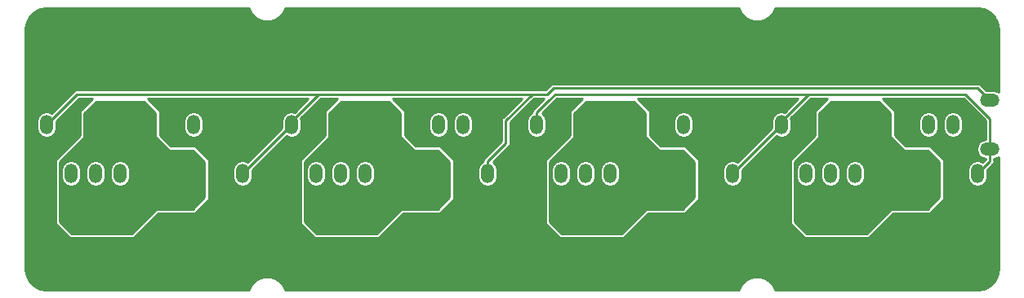
<source format=gtl>
G04 #@! TF.GenerationSoftware,KiCad,Pcbnew,5.0.2+dfsg1-1*
G04 #@! TF.CreationDate,2019-08-29T01:20:59+02:00*
G04 #@! TF.ProjectId,hexdump,68657864-756d-4702-9e6b-696361645f70,rev?*
G04 #@! TF.SameCoordinates,Original*
G04 #@! TF.FileFunction,Copper,L1,Top*
G04 #@! TF.FilePolarity,Positive*
%FSLAX46Y46*%
G04 Gerber Fmt 4.6, Leading zero omitted, Abs format (unit mm)*
G04 Created by KiCad (PCBNEW 5.0.2+dfsg1-1) date Thu 29 Aug 2019 01:20:59 AM CEST*
%MOMM*%
%LPD*%
G01*
G04 APERTURE LIST*
G04 #@! TA.AperFunction,ComponentPad*
%ADD10O,2.000000X1.330000*%
G04 #@! TD*
G04 #@! TA.AperFunction,ComponentPad*
%ADD11O,1.330000X2.000000*%
G04 #@! TD*
G04 #@! TA.AperFunction,ViaPad*
%ADD12C,0.600000*%
G04 #@! TD*
G04 #@! TA.AperFunction,Conductor*
%ADD13C,0.250000*%
G04 #@! TD*
G04 #@! TA.AperFunction,Conductor*
%ADD14C,0.800000*%
G04 #@! TD*
G04 #@! TA.AperFunction,Conductor*
%ADD15C,0.254000*%
G04 #@! TD*
G04 APERTURE END LIST*
D10*
G04 #@! TO.P,,2*
G04 #@! TO.N,/uart_rx1*
X-374650000Y-77470000D03*
G04 #@! TO.P,,1*
G04 #@! TO.N,/uart_rx0*
X-374650000Y-72390000D03*
G04 #@! TD*
D11*
G04 #@! TO.P,,9*
G04 #@! TO.N,GND*
X-452120000Y-74930000D03*
G04 #@! TO.P,,8*
X-454660000Y-74930000D03*
G04 #@! TO.P,,7*
G04 #@! TO.N,Net-(J1-Pad7)*
X-457200000Y-74930000D03*
G04 #@! TO.P,,6*
G04 #@! TO.N,GND*
X-459740000Y-74930000D03*
G04 #@! TO.P,,5*
G04 #@! TO.N,VCC*
X-462280000Y-74930000D03*
G04 #@! TO.P,,4*
X-464820000Y-74930000D03*
G04 #@! TO.P,,3*
X-467360000Y-74930000D03*
G04 #@! TO.P,,2*
G04 #@! TO.N,GND*
X-469900000Y-74930000D03*
G04 #@! TO.P,,1*
G04 #@! TO.N,/uart_rx0*
X-472440000Y-74930000D03*
G04 #@! TD*
G04 #@! TO.P,,1*
G04 #@! TO.N,/uart_rx0*
X-452120000Y-80010000D03*
G04 #@! TO.P,,2*
G04 #@! TO.N,GND*
X-454660000Y-80010000D03*
G04 #@! TO.P,,3*
G04 #@! TO.N,VCC*
X-457200000Y-80010000D03*
G04 #@! TO.P,,4*
X-459740000Y-80010000D03*
G04 #@! TO.P,,5*
X-462280000Y-80010000D03*
G04 #@! TO.P,,6*
G04 #@! TO.N,GND*
X-464820000Y-80010000D03*
G04 #@! TO.P,,7*
G04 #@! TO.N,Net-(J2-Pad7)*
X-467360000Y-80010000D03*
G04 #@! TO.P,,8*
G04 #@! TO.N,Net-(J2-Pad8)*
X-469900000Y-80010000D03*
G04 #@! TO.P,,9*
G04 #@! TO.N,GND*
X-472440000Y-80010000D03*
G04 #@! TD*
G04 #@! TO.P,,1*
G04 #@! TO.N,/uart_rx0*
X-447040000Y-74930000D03*
G04 #@! TO.P,,2*
G04 #@! TO.N,GND*
X-444500000Y-74930000D03*
G04 #@! TO.P,,3*
G04 #@! TO.N,VCC*
X-441960000Y-74930000D03*
G04 #@! TO.P,,4*
X-439420000Y-74930000D03*
G04 #@! TO.P,,5*
X-436880000Y-74930000D03*
G04 #@! TO.P,,6*
G04 #@! TO.N,GND*
X-434340000Y-74930000D03*
G04 #@! TO.P,,7*
G04 #@! TO.N,Net-(J3-Pad7)*
X-431800000Y-74930000D03*
G04 #@! TO.P,,8*
G04 #@! TO.N,Net-(J3-Pad8)*
X-429260000Y-74930000D03*
G04 #@! TO.P,,9*
G04 #@! TO.N,GND*
X-426720000Y-74930000D03*
G04 #@! TD*
G04 #@! TO.P,,9*
G04 #@! TO.N,GND*
X-447040000Y-80010000D03*
G04 #@! TO.P,,8*
X-444500000Y-80010000D03*
G04 #@! TO.P,,7*
G04 #@! TO.N,Net-(J4-Pad7)*
X-441960000Y-80010000D03*
G04 #@! TO.P,,6*
G04 #@! TO.N,GND*
X-439420000Y-80010000D03*
G04 #@! TO.P,,5*
G04 #@! TO.N,VCC*
X-436880000Y-80010000D03*
G04 #@! TO.P,,4*
X-434340000Y-80010000D03*
G04 #@! TO.P,,3*
X-431800000Y-80010000D03*
G04 #@! TO.P,,2*
G04 #@! TO.N,GND*
X-429260000Y-80010000D03*
G04 #@! TO.P,,1*
G04 #@! TO.N,/uart_rx0*
X-426720000Y-80010000D03*
G04 #@! TD*
G04 #@! TO.P,,1*
G04 #@! TO.N,/uart_rx1*
X-421640000Y-74930000D03*
G04 #@! TO.P,,2*
G04 #@! TO.N,GND*
X-419100000Y-74930000D03*
G04 #@! TO.P,,3*
G04 #@! TO.N,VCC*
X-416560000Y-74930000D03*
G04 #@! TO.P,,4*
X-414020000Y-74930000D03*
G04 #@! TO.P,,5*
X-411480000Y-74930000D03*
G04 #@! TO.P,,6*
G04 #@! TO.N,GND*
X-408940000Y-74930000D03*
G04 #@! TO.P,,7*
G04 #@! TO.N,Net-(J5-Pad7)*
X-406400000Y-74930000D03*
G04 #@! TO.P,,8*
G04 #@! TO.N,GND*
X-403860000Y-74930000D03*
G04 #@! TO.P,,9*
X-401320000Y-74930000D03*
G04 #@! TD*
G04 #@! TO.P,,1*
G04 #@! TO.N,/uart_rx1*
X-401320000Y-80010000D03*
G04 #@! TO.P,,2*
G04 #@! TO.N,GND*
X-403860000Y-80010000D03*
G04 #@! TO.P,,3*
G04 #@! TO.N,VCC*
X-406400000Y-80010000D03*
G04 #@! TO.P,,4*
X-408940000Y-80010000D03*
G04 #@! TO.P,,5*
X-411480000Y-80010000D03*
G04 #@! TO.P,,6*
G04 #@! TO.N,GND*
X-414020000Y-80010000D03*
G04 #@! TO.P,,7*
G04 #@! TO.N,Net-(J6-Pad7)*
X-416560000Y-80010000D03*
G04 #@! TO.P,,8*
G04 #@! TO.N,Net-(J6-Pad8)*
X-419100000Y-80010000D03*
G04 #@! TO.P,,9*
G04 #@! TO.N,GND*
X-421640000Y-80010000D03*
G04 #@! TD*
G04 #@! TO.P,,9*
G04 #@! TO.N,GND*
X-375920000Y-74930000D03*
G04 #@! TO.P,,8*
G04 #@! TO.N,Net-(J7-Pad8)*
X-378460000Y-74930000D03*
G04 #@! TO.P,,7*
G04 #@! TO.N,Net-(J7-Pad7)*
X-381000000Y-74930000D03*
G04 #@! TO.P,,6*
G04 #@! TO.N,GND*
X-383540000Y-74930000D03*
G04 #@! TO.P,,5*
G04 #@! TO.N,VCC*
X-386080000Y-74930000D03*
G04 #@! TO.P,,4*
X-388620000Y-74930000D03*
G04 #@! TO.P,,3*
X-391160000Y-74930000D03*
G04 #@! TO.P,,2*
G04 #@! TO.N,GND*
X-393700000Y-74930000D03*
G04 #@! TO.P,,1*
G04 #@! TO.N,/uart_rx1*
X-396240000Y-74930000D03*
G04 #@! TD*
G04 #@! TO.P,,1*
G04 #@! TO.N,/uart_rx1*
X-375920000Y-80010000D03*
G04 #@! TO.P,,2*
G04 #@! TO.N,GND*
X-378460000Y-80010000D03*
G04 #@! TO.P,,3*
G04 #@! TO.N,VCC*
X-381000000Y-80010000D03*
G04 #@! TO.P,,4*
X-383540000Y-80010000D03*
G04 #@! TO.P,,5*
X-386080000Y-80010000D03*
G04 #@! TO.P,,6*
G04 #@! TO.N,GND*
X-388620000Y-80010000D03*
G04 #@! TO.P,,7*
G04 #@! TO.N,Net-(J8-Pad7)*
X-391160000Y-80010000D03*
G04 #@! TO.P,,8*
G04 #@! TO.N,GND*
X-393700000Y-80010000D03*
G04 #@! TO.P,,9*
X-396240000Y-80010000D03*
G04 #@! TD*
D12*
G04 #@! TO.N,GND*
X-459740000Y-72390000D03*
X-457200000Y-72390000D03*
X-454660000Y-72390000D03*
X-447040000Y-77470000D03*
X-434340000Y-72390000D03*
X-431800000Y-72390000D03*
X-429260000Y-72390000D03*
X-396240000Y-77470000D03*
X-383540000Y-72390000D03*
X-381000000Y-72390000D03*
X-378460000Y-72390000D03*
X-403860000Y-72390000D03*
X-406400000Y-72390000D03*
X-408940000Y-72390000D03*
X-421640000Y-77470000D03*
X-465963000Y-63500000D03*
X-377063000Y-63500000D03*
X-390398000Y-63500000D03*
X-403733000Y-63500000D03*
X-414528000Y-63500000D03*
X-427228000Y-63500000D03*
X-438658000Y-63500000D03*
X-452628000Y-63500000D03*
G04 #@! TO.N,VCC*
X-386080000Y-77470000D03*
X-393700000Y-83820000D03*
X-391160000Y-83820000D03*
X-387350000Y-83820000D03*
X-389890000Y-76200000D03*
X-384810000Y-82550000D03*
X-382270000Y-82550000D03*
X-387350000Y-77470000D03*
X-383540000Y-82550000D03*
X-388620000Y-83820000D03*
X-389890000Y-83820000D03*
X-384810000Y-77470000D03*
X-386080000Y-82550000D03*
X-392430000Y-83820000D03*
X-438150000Y-83820000D03*
X-440690000Y-83820000D03*
X-440690000Y-76200000D03*
X-436880000Y-82550000D03*
X-435610000Y-77470000D03*
X-443230000Y-83820000D03*
X-438150000Y-77470000D03*
X-436880000Y-77470000D03*
X-434340000Y-82550000D03*
X-439420000Y-83820000D03*
X-441960000Y-83820000D03*
X-444500000Y-83820000D03*
X-433070000Y-82550000D03*
X-435610000Y-82550000D03*
X-463550000Y-77470000D03*
X-459740000Y-82550000D03*
X-463550000Y-83820000D03*
X-458470000Y-82550000D03*
X-461010000Y-82550000D03*
X-462280000Y-77470000D03*
X-464820000Y-83820000D03*
X-461010000Y-77470000D03*
X-466090000Y-76200000D03*
X-462280000Y-82550000D03*
X-468630000Y-83820000D03*
X-467360000Y-83820000D03*
X-469900000Y-83820000D03*
X-466090000Y-83820000D03*
X-412750000Y-83820000D03*
X-410210000Y-77470000D03*
X-414020000Y-83820000D03*
X-408940000Y-82550000D03*
X-417830000Y-83820000D03*
X-412750000Y-77470000D03*
X-415290000Y-76200000D03*
X-415290000Y-83820000D03*
X-419100000Y-83820000D03*
X-411480000Y-77470000D03*
X-407670000Y-82550000D03*
X-411480000Y-82550000D03*
X-416560000Y-83820000D03*
X-410210000Y-82550000D03*
G04 #@! TD*
D13*
G04 #@! TO.N,GND*
X-459740000Y-74930000D02*
X-459740000Y-72390000D01*
X-457200000Y-72390000D02*
X-454660000Y-72390000D01*
X-447040000Y-80010000D02*
X-447040000Y-77470000D01*
X-434340000Y-74930000D02*
X-434340000Y-74595000D01*
X-434340000Y-74595000D02*
X-434340000Y-72390000D01*
X-431800000Y-72390000D02*
X-429260000Y-72390000D01*
X-383540000Y-74930000D02*
X-383540000Y-74595000D01*
X-383540000Y-74595000D02*
X-383540000Y-72390000D01*
X-381000000Y-72390000D02*
X-378460000Y-72390000D01*
X-406400000Y-72390000D02*
X-403860000Y-72390000D01*
X-408940000Y-74930000D02*
X-408940000Y-72390000D01*
X-421640000Y-80010000D02*
X-421640000Y-77470000D01*
X-427228000Y-63500000D02*
X-414528000Y-63500000D01*
D14*
G04 #@! TO.N,VCC*
X-391160000Y-83820000D02*
X-392430000Y-83820000D01*
X-386080000Y-77470000D02*
X-387350000Y-77470000D01*
X-381000000Y-81280000D02*
X-382270000Y-82550000D01*
X-383540000Y-82550000D02*
X-384810000Y-82550000D01*
X-386080000Y-82550000D02*
X-387350000Y-83820000D01*
X-383540000Y-80010000D02*
X-383540000Y-78740000D01*
X-381000000Y-80010000D02*
X-381000000Y-81280000D01*
X-383540000Y-78740000D02*
X-384810000Y-77470000D01*
X-388620000Y-83820000D02*
X-389890000Y-83820000D01*
X-434340000Y-80010000D02*
X-434340000Y-78740000D01*
X-436880000Y-82550000D02*
X-438150000Y-83820000D01*
X-434340000Y-78740000D02*
X-435610000Y-77470000D01*
X-439420000Y-83820000D02*
X-440690000Y-83820000D01*
X-431800000Y-81280000D02*
X-433070000Y-82550000D01*
X-434340000Y-82550000D02*
X-435610000Y-82550000D01*
X-441960000Y-83820000D02*
X-443230000Y-83820000D01*
X-436880000Y-77470000D02*
X-438150000Y-77470000D01*
X-431800000Y-80010000D02*
X-431800000Y-81280000D01*
X-462280000Y-77470000D02*
X-463550000Y-77470000D01*
X-459740000Y-80010000D02*
X-459740000Y-78740000D01*
X-467360000Y-83820000D02*
X-468630000Y-83820000D01*
X-457200000Y-80010000D02*
X-457200000Y-81280000D01*
X-457200000Y-81280000D02*
X-458470000Y-82550000D01*
X-464820000Y-83820000D02*
X-466090000Y-83820000D01*
X-462280000Y-82550000D02*
X-463550000Y-83820000D01*
X-459740000Y-82550000D02*
X-461010000Y-82550000D01*
X-459740000Y-78740000D02*
X-461010000Y-77470000D01*
X-411480000Y-82550000D02*
X-412750000Y-83820000D01*
X-406400000Y-81280000D02*
X-407670000Y-82550000D01*
X-411480000Y-77470000D02*
X-412750000Y-77470000D01*
X-414020000Y-83820000D02*
X-415290000Y-83820000D01*
X-416560000Y-83820000D02*
X-417830000Y-83820000D01*
X-408940000Y-82550000D02*
X-410210000Y-82550000D01*
X-408940000Y-78740000D02*
X-410210000Y-77470000D01*
X-406400000Y-80010000D02*
X-406400000Y-81280000D01*
X-408940000Y-80010000D02*
X-408940000Y-78740000D01*
D13*
G04 #@! TO.N,/uart_rx0*
X-427345001Y-71764999D02*
X-421005000Y-71764999D01*
X-419862000Y-71120000D02*
X-375920000Y-71120000D01*
X-421005000Y-71764999D02*
X-420506999Y-71764999D01*
X-420506999Y-71764999D02*
X-419862000Y-71120000D01*
X-472440000Y-75265000D02*
X-472440000Y-74930000D01*
X-444209999Y-71764999D02*
X-444120000Y-71764999D01*
X-447040000Y-74595000D02*
X-444209999Y-71764999D01*
X-447040000Y-74930000D02*
X-447040000Y-74595000D01*
X-444120000Y-71764999D02*
X-427345001Y-71764999D01*
X-452120000Y-80010000D02*
X-447040000Y-74930000D01*
X-422084999Y-71764999D02*
X-420506999Y-71764999D01*
X-426720000Y-80010000D02*
X-426720000Y-78760000D01*
X-424815000Y-76855000D02*
X-426720000Y-78760000D01*
X-424815000Y-74495000D02*
X-422084999Y-71764999D01*
X-424815000Y-76855000D02*
X-424815000Y-74495000D01*
X-451120001Y-71764999D02*
X-444120000Y-71764999D01*
X-469274999Y-71764999D02*
X-451120001Y-71764999D01*
X-472440000Y-74930000D02*
X-469274999Y-71764999D01*
X-374650000Y-72390000D02*
X-375920000Y-71120000D01*
G04 #@! TO.N,/uart_rx1*
X-421640000Y-74930000D02*
X-421640000Y-73680000D01*
X-420370000Y-72410000D02*
X-419724999Y-71764999D01*
X-421640000Y-73680000D02*
X-420370000Y-72410000D01*
X-419724999Y-71764999D02*
X-400685000Y-71764999D01*
X-393120000Y-71764999D02*
X-383239999Y-71764999D01*
X-374650000Y-74295000D02*
X-374650000Y-77470000D01*
X-377180001Y-71764999D02*
X-374650000Y-74295000D01*
X-377190000Y-71764999D02*
X-377180001Y-71764999D01*
X-383239999Y-71764999D02*
X-377190000Y-71764999D01*
X-393409999Y-71764999D02*
X-393120000Y-71764999D01*
X-396240000Y-74595000D02*
X-393409999Y-71764999D01*
X-396240000Y-74930000D02*
X-396240000Y-74595000D01*
X-393120000Y-71764999D02*
X-400685000Y-71764999D01*
X-396240000Y-74930000D02*
X-401320000Y-80010000D01*
X-374650000Y-77470000D02*
X-374650000Y-78740000D01*
X-374650000Y-78740000D02*
X-375920000Y-80010000D01*
G04 #@! TD*
D15*
G04 #@! TO.N,VCC*
G36*
X-384937000Y-73712606D02*
X-384937000Y-76200000D01*
X-384927333Y-76248601D01*
X-384899803Y-76289803D01*
X-383629803Y-77559803D01*
X-383588601Y-77587333D01*
X-383540000Y-77597000D01*
X-381052606Y-77597000D01*
X-379857000Y-78792606D01*
X-379857000Y-82497394D01*
X-381052606Y-83693000D01*
X-384810000Y-83693000D01*
X-384858601Y-83702667D01*
X-384899803Y-83730197D01*
X-387402606Y-86233000D01*
X-393647394Y-86233000D01*
X-394843000Y-85037394D01*
X-394843000Y-79576313D01*
X-394702000Y-79576313D01*
X-394702000Y-80443686D01*
X-394643863Y-80735960D01*
X-394422402Y-81067402D01*
X-394090961Y-81288863D01*
X-393700000Y-81366630D01*
X-393309040Y-81288863D01*
X-392977598Y-81067402D01*
X-392756137Y-80735961D01*
X-392698000Y-80443687D01*
X-392698000Y-79576314D01*
X-392698000Y-79576313D01*
X-392162000Y-79576313D01*
X-392162000Y-80443686D01*
X-392103863Y-80735960D01*
X-391882402Y-81067402D01*
X-391550961Y-81288863D01*
X-391160000Y-81366630D01*
X-390769040Y-81288863D01*
X-390437598Y-81067402D01*
X-390216137Y-80735961D01*
X-390158000Y-80443687D01*
X-390158000Y-79576314D01*
X-390158000Y-79576313D01*
X-389622000Y-79576313D01*
X-389622000Y-80443686D01*
X-389563863Y-80735960D01*
X-389342402Y-81067402D01*
X-389010961Y-81288863D01*
X-388620000Y-81366630D01*
X-388229040Y-81288863D01*
X-387897598Y-81067402D01*
X-387676137Y-80735961D01*
X-387618000Y-80443687D01*
X-387618000Y-79576314D01*
X-387676137Y-79284039D01*
X-387897598Y-78952598D01*
X-388229039Y-78731137D01*
X-388620000Y-78653370D01*
X-389010960Y-78731137D01*
X-389342401Y-78952598D01*
X-389563862Y-79284039D01*
X-389622000Y-79576313D01*
X-390158000Y-79576313D01*
X-390216137Y-79284039D01*
X-390437598Y-78952598D01*
X-390769039Y-78731137D01*
X-391160000Y-78653370D01*
X-391550960Y-78731137D01*
X-391882401Y-78952598D01*
X-392103862Y-79284039D01*
X-392162000Y-79576313D01*
X-392698000Y-79576313D01*
X-392756137Y-79284039D01*
X-392977598Y-78952598D01*
X-393309039Y-78731137D01*
X-393700000Y-78653370D01*
X-394090960Y-78731137D01*
X-394422401Y-78952598D01*
X-394643862Y-79284039D01*
X-394702000Y-79576313D01*
X-394843000Y-79576313D01*
X-394843000Y-78792606D01*
X-392340197Y-76289803D01*
X-392312667Y-76248601D01*
X-392303000Y-76200000D01*
X-392303000Y-73712606D01*
X-391107394Y-72517000D01*
X-386132606Y-72517000D01*
X-384937000Y-73712606D01*
X-384937000Y-73712606D01*
G37*
X-384937000Y-73712606D02*
X-384937000Y-76200000D01*
X-384927333Y-76248601D01*
X-384899803Y-76289803D01*
X-383629803Y-77559803D01*
X-383588601Y-77587333D01*
X-383540000Y-77597000D01*
X-381052606Y-77597000D01*
X-379857000Y-78792606D01*
X-379857000Y-82497394D01*
X-381052606Y-83693000D01*
X-384810000Y-83693000D01*
X-384858601Y-83702667D01*
X-384899803Y-83730197D01*
X-387402606Y-86233000D01*
X-393647394Y-86233000D01*
X-394843000Y-85037394D01*
X-394843000Y-79576313D01*
X-394702000Y-79576313D01*
X-394702000Y-80443686D01*
X-394643863Y-80735960D01*
X-394422402Y-81067402D01*
X-394090961Y-81288863D01*
X-393700000Y-81366630D01*
X-393309040Y-81288863D01*
X-392977598Y-81067402D01*
X-392756137Y-80735961D01*
X-392698000Y-80443687D01*
X-392698000Y-79576314D01*
X-392698000Y-79576313D01*
X-392162000Y-79576313D01*
X-392162000Y-80443686D01*
X-392103863Y-80735960D01*
X-391882402Y-81067402D01*
X-391550961Y-81288863D01*
X-391160000Y-81366630D01*
X-390769040Y-81288863D01*
X-390437598Y-81067402D01*
X-390216137Y-80735961D01*
X-390158000Y-80443687D01*
X-390158000Y-79576314D01*
X-390158000Y-79576313D01*
X-389622000Y-79576313D01*
X-389622000Y-80443686D01*
X-389563863Y-80735960D01*
X-389342402Y-81067402D01*
X-389010961Y-81288863D01*
X-388620000Y-81366630D01*
X-388229040Y-81288863D01*
X-387897598Y-81067402D01*
X-387676137Y-80735961D01*
X-387618000Y-80443687D01*
X-387618000Y-79576314D01*
X-387676137Y-79284039D01*
X-387897598Y-78952598D01*
X-388229039Y-78731137D01*
X-388620000Y-78653370D01*
X-389010960Y-78731137D01*
X-389342401Y-78952598D01*
X-389563862Y-79284039D01*
X-389622000Y-79576313D01*
X-390158000Y-79576313D01*
X-390216137Y-79284039D01*
X-390437598Y-78952598D01*
X-390769039Y-78731137D01*
X-391160000Y-78653370D01*
X-391550960Y-78731137D01*
X-391882401Y-78952598D01*
X-392103862Y-79284039D01*
X-392162000Y-79576313D01*
X-392698000Y-79576313D01*
X-392756137Y-79284039D01*
X-392977598Y-78952598D01*
X-393309039Y-78731137D01*
X-393700000Y-78653370D01*
X-394090960Y-78731137D01*
X-394422401Y-78952598D01*
X-394643862Y-79284039D01*
X-394702000Y-79576313D01*
X-394843000Y-79576313D01*
X-394843000Y-78792606D01*
X-392340197Y-76289803D01*
X-392312667Y-76248601D01*
X-392303000Y-76200000D01*
X-392303000Y-73712606D01*
X-391107394Y-72517000D01*
X-386132606Y-72517000D01*
X-384937000Y-73712606D01*
G36*
X-435737000Y-73712606D02*
X-435737000Y-76200000D01*
X-435727333Y-76248601D01*
X-435699803Y-76289803D01*
X-434429803Y-77559803D01*
X-434388601Y-77587333D01*
X-434340000Y-77597000D01*
X-431852606Y-77597000D01*
X-430657000Y-78792606D01*
X-430657000Y-82497394D01*
X-431852606Y-83693000D01*
X-435610000Y-83693000D01*
X-435658601Y-83702667D01*
X-435699803Y-83730197D01*
X-438202606Y-86233000D01*
X-444447394Y-86233000D01*
X-445643000Y-85037394D01*
X-445643000Y-79576313D01*
X-445502000Y-79576313D01*
X-445502000Y-80443686D01*
X-445443863Y-80735960D01*
X-445222402Y-81067402D01*
X-444890961Y-81288863D01*
X-444500000Y-81366630D01*
X-444109040Y-81288863D01*
X-443777598Y-81067402D01*
X-443556137Y-80735961D01*
X-443498000Y-80443687D01*
X-443498000Y-79576314D01*
X-443498000Y-79576313D01*
X-442962000Y-79576313D01*
X-442962000Y-80443686D01*
X-442903863Y-80735960D01*
X-442682402Y-81067402D01*
X-442350961Y-81288863D01*
X-441960000Y-81366630D01*
X-441569040Y-81288863D01*
X-441237598Y-81067402D01*
X-441016137Y-80735961D01*
X-440958000Y-80443687D01*
X-440958000Y-79576314D01*
X-440958000Y-79576313D01*
X-440422000Y-79576313D01*
X-440422000Y-80443686D01*
X-440363863Y-80735960D01*
X-440142402Y-81067402D01*
X-439810961Y-81288863D01*
X-439420000Y-81366630D01*
X-439029040Y-81288863D01*
X-438697598Y-81067402D01*
X-438476137Y-80735961D01*
X-438418000Y-80443687D01*
X-438418000Y-79576314D01*
X-438476137Y-79284039D01*
X-438697598Y-78952598D01*
X-439029039Y-78731137D01*
X-439420000Y-78653370D01*
X-439810960Y-78731137D01*
X-440142401Y-78952598D01*
X-440363862Y-79284039D01*
X-440422000Y-79576313D01*
X-440958000Y-79576313D01*
X-441016137Y-79284039D01*
X-441237598Y-78952598D01*
X-441569039Y-78731137D01*
X-441960000Y-78653370D01*
X-442350960Y-78731137D01*
X-442682401Y-78952598D01*
X-442903862Y-79284039D01*
X-442962000Y-79576313D01*
X-443498000Y-79576313D01*
X-443556137Y-79284039D01*
X-443777598Y-78952598D01*
X-444109039Y-78731137D01*
X-444500000Y-78653370D01*
X-444890960Y-78731137D01*
X-445222401Y-78952598D01*
X-445443862Y-79284039D01*
X-445502000Y-79576313D01*
X-445643000Y-79576313D01*
X-445643000Y-78792606D01*
X-443140197Y-76289803D01*
X-443112667Y-76248601D01*
X-443103000Y-76200000D01*
X-443103000Y-73712606D01*
X-441907394Y-72517000D01*
X-436932606Y-72517000D01*
X-435737000Y-73712606D01*
X-435737000Y-73712606D01*
G37*
X-435737000Y-73712606D02*
X-435737000Y-76200000D01*
X-435727333Y-76248601D01*
X-435699803Y-76289803D01*
X-434429803Y-77559803D01*
X-434388601Y-77587333D01*
X-434340000Y-77597000D01*
X-431852606Y-77597000D01*
X-430657000Y-78792606D01*
X-430657000Y-82497394D01*
X-431852606Y-83693000D01*
X-435610000Y-83693000D01*
X-435658601Y-83702667D01*
X-435699803Y-83730197D01*
X-438202606Y-86233000D01*
X-444447394Y-86233000D01*
X-445643000Y-85037394D01*
X-445643000Y-79576313D01*
X-445502000Y-79576313D01*
X-445502000Y-80443686D01*
X-445443863Y-80735960D01*
X-445222402Y-81067402D01*
X-444890961Y-81288863D01*
X-444500000Y-81366630D01*
X-444109040Y-81288863D01*
X-443777598Y-81067402D01*
X-443556137Y-80735961D01*
X-443498000Y-80443687D01*
X-443498000Y-79576314D01*
X-443498000Y-79576313D01*
X-442962000Y-79576313D01*
X-442962000Y-80443686D01*
X-442903863Y-80735960D01*
X-442682402Y-81067402D01*
X-442350961Y-81288863D01*
X-441960000Y-81366630D01*
X-441569040Y-81288863D01*
X-441237598Y-81067402D01*
X-441016137Y-80735961D01*
X-440958000Y-80443687D01*
X-440958000Y-79576314D01*
X-440958000Y-79576313D01*
X-440422000Y-79576313D01*
X-440422000Y-80443686D01*
X-440363863Y-80735960D01*
X-440142402Y-81067402D01*
X-439810961Y-81288863D01*
X-439420000Y-81366630D01*
X-439029040Y-81288863D01*
X-438697598Y-81067402D01*
X-438476137Y-80735961D01*
X-438418000Y-80443687D01*
X-438418000Y-79576314D01*
X-438476137Y-79284039D01*
X-438697598Y-78952598D01*
X-439029039Y-78731137D01*
X-439420000Y-78653370D01*
X-439810960Y-78731137D01*
X-440142401Y-78952598D01*
X-440363862Y-79284039D01*
X-440422000Y-79576313D01*
X-440958000Y-79576313D01*
X-441016137Y-79284039D01*
X-441237598Y-78952598D01*
X-441569039Y-78731137D01*
X-441960000Y-78653370D01*
X-442350960Y-78731137D01*
X-442682401Y-78952598D01*
X-442903862Y-79284039D01*
X-442962000Y-79576313D01*
X-443498000Y-79576313D01*
X-443556137Y-79284039D01*
X-443777598Y-78952598D01*
X-444109039Y-78731137D01*
X-444500000Y-78653370D01*
X-444890960Y-78731137D01*
X-445222401Y-78952598D01*
X-445443862Y-79284039D01*
X-445502000Y-79576313D01*
X-445643000Y-79576313D01*
X-445643000Y-78792606D01*
X-443140197Y-76289803D01*
X-443112667Y-76248601D01*
X-443103000Y-76200000D01*
X-443103000Y-73712606D01*
X-441907394Y-72517000D01*
X-436932606Y-72517000D01*
X-435737000Y-73712606D01*
G36*
X-461137000Y-73712606D02*
X-461137000Y-76200000D01*
X-461127333Y-76248601D01*
X-461099803Y-76289803D01*
X-459829803Y-77559803D01*
X-459788601Y-77587333D01*
X-459740000Y-77597000D01*
X-457252606Y-77597000D01*
X-456057000Y-78792606D01*
X-456057000Y-82497394D01*
X-457252606Y-83693000D01*
X-461010000Y-83693000D01*
X-461058601Y-83702667D01*
X-461099803Y-83730197D01*
X-463602606Y-86233000D01*
X-469847394Y-86233000D01*
X-471043000Y-85037394D01*
X-471043000Y-79576313D01*
X-470902000Y-79576313D01*
X-470902000Y-80443686D01*
X-470843863Y-80735960D01*
X-470622402Y-81067402D01*
X-470290961Y-81288863D01*
X-469900000Y-81366630D01*
X-469509040Y-81288863D01*
X-469177598Y-81067402D01*
X-468956137Y-80735961D01*
X-468898000Y-80443687D01*
X-468898000Y-79576314D01*
X-468898000Y-79576313D01*
X-468362000Y-79576313D01*
X-468362000Y-80443686D01*
X-468303863Y-80735960D01*
X-468082402Y-81067402D01*
X-467750961Y-81288863D01*
X-467360000Y-81366630D01*
X-466969040Y-81288863D01*
X-466637598Y-81067402D01*
X-466416137Y-80735961D01*
X-466358000Y-80443687D01*
X-466358000Y-79576314D01*
X-466358000Y-79576313D01*
X-465822000Y-79576313D01*
X-465822000Y-80443686D01*
X-465763863Y-80735960D01*
X-465542402Y-81067402D01*
X-465210961Y-81288863D01*
X-464820000Y-81366630D01*
X-464429040Y-81288863D01*
X-464097598Y-81067402D01*
X-463876137Y-80735961D01*
X-463818000Y-80443687D01*
X-463818000Y-79576314D01*
X-463876137Y-79284039D01*
X-464097598Y-78952598D01*
X-464429039Y-78731137D01*
X-464820000Y-78653370D01*
X-465210960Y-78731137D01*
X-465542401Y-78952598D01*
X-465763862Y-79284039D01*
X-465822000Y-79576313D01*
X-466358000Y-79576313D01*
X-466416137Y-79284039D01*
X-466637598Y-78952598D01*
X-466969039Y-78731137D01*
X-467360000Y-78653370D01*
X-467750960Y-78731137D01*
X-468082401Y-78952598D01*
X-468303862Y-79284039D01*
X-468362000Y-79576313D01*
X-468898000Y-79576313D01*
X-468956137Y-79284039D01*
X-469177598Y-78952598D01*
X-469509039Y-78731137D01*
X-469900000Y-78653370D01*
X-470290960Y-78731137D01*
X-470622401Y-78952598D01*
X-470843862Y-79284039D01*
X-470902000Y-79576313D01*
X-471043000Y-79576313D01*
X-471043000Y-78792606D01*
X-468540197Y-76289803D01*
X-468512667Y-76248601D01*
X-468503000Y-76200000D01*
X-468503000Y-73712606D01*
X-467307394Y-72517000D01*
X-462332606Y-72517000D01*
X-461137000Y-73712606D01*
X-461137000Y-73712606D01*
G37*
X-461137000Y-73712606D02*
X-461137000Y-76200000D01*
X-461127333Y-76248601D01*
X-461099803Y-76289803D01*
X-459829803Y-77559803D01*
X-459788601Y-77587333D01*
X-459740000Y-77597000D01*
X-457252606Y-77597000D01*
X-456057000Y-78792606D01*
X-456057000Y-82497394D01*
X-457252606Y-83693000D01*
X-461010000Y-83693000D01*
X-461058601Y-83702667D01*
X-461099803Y-83730197D01*
X-463602606Y-86233000D01*
X-469847394Y-86233000D01*
X-471043000Y-85037394D01*
X-471043000Y-79576313D01*
X-470902000Y-79576313D01*
X-470902000Y-80443686D01*
X-470843863Y-80735960D01*
X-470622402Y-81067402D01*
X-470290961Y-81288863D01*
X-469900000Y-81366630D01*
X-469509040Y-81288863D01*
X-469177598Y-81067402D01*
X-468956137Y-80735961D01*
X-468898000Y-80443687D01*
X-468898000Y-79576314D01*
X-468898000Y-79576313D01*
X-468362000Y-79576313D01*
X-468362000Y-80443686D01*
X-468303863Y-80735960D01*
X-468082402Y-81067402D01*
X-467750961Y-81288863D01*
X-467360000Y-81366630D01*
X-466969040Y-81288863D01*
X-466637598Y-81067402D01*
X-466416137Y-80735961D01*
X-466358000Y-80443687D01*
X-466358000Y-79576314D01*
X-466358000Y-79576313D01*
X-465822000Y-79576313D01*
X-465822000Y-80443686D01*
X-465763863Y-80735960D01*
X-465542402Y-81067402D01*
X-465210961Y-81288863D01*
X-464820000Y-81366630D01*
X-464429040Y-81288863D01*
X-464097598Y-81067402D01*
X-463876137Y-80735961D01*
X-463818000Y-80443687D01*
X-463818000Y-79576314D01*
X-463876137Y-79284039D01*
X-464097598Y-78952598D01*
X-464429039Y-78731137D01*
X-464820000Y-78653370D01*
X-465210960Y-78731137D01*
X-465542401Y-78952598D01*
X-465763862Y-79284039D01*
X-465822000Y-79576313D01*
X-466358000Y-79576313D01*
X-466416137Y-79284039D01*
X-466637598Y-78952598D01*
X-466969039Y-78731137D01*
X-467360000Y-78653370D01*
X-467750960Y-78731137D01*
X-468082401Y-78952598D01*
X-468303862Y-79284039D01*
X-468362000Y-79576313D01*
X-468898000Y-79576313D01*
X-468956137Y-79284039D01*
X-469177598Y-78952598D01*
X-469509039Y-78731137D01*
X-469900000Y-78653370D01*
X-470290960Y-78731137D01*
X-470622401Y-78952598D01*
X-470843862Y-79284039D01*
X-470902000Y-79576313D01*
X-471043000Y-79576313D01*
X-471043000Y-78792606D01*
X-468540197Y-76289803D01*
X-468512667Y-76248601D01*
X-468503000Y-76200000D01*
X-468503000Y-73712606D01*
X-467307394Y-72517000D01*
X-462332606Y-72517000D01*
X-461137000Y-73712606D01*
G36*
X-410337000Y-73712606D02*
X-410337000Y-76200000D01*
X-410327333Y-76248601D01*
X-410299803Y-76289803D01*
X-409029803Y-77559803D01*
X-408988601Y-77587333D01*
X-408940000Y-77597000D01*
X-406452606Y-77597000D01*
X-405257000Y-78792606D01*
X-405257000Y-82497394D01*
X-406452606Y-83693000D01*
X-410210000Y-83693000D01*
X-410258601Y-83702667D01*
X-410299803Y-83730197D01*
X-412802606Y-86233000D01*
X-419047394Y-86233000D01*
X-420243000Y-85037394D01*
X-420243000Y-79576313D01*
X-420102000Y-79576313D01*
X-420102000Y-80443686D01*
X-420043863Y-80735960D01*
X-419822402Y-81067402D01*
X-419490961Y-81288863D01*
X-419100000Y-81366630D01*
X-418709040Y-81288863D01*
X-418377598Y-81067402D01*
X-418156137Y-80735961D01*
X-418098000Y-80443687D01*
X-418098000Y-79576314D01*
X-418098000Y-79576313D01*
X-417562000Y-79576313D01*
X-417562000Y-80443686D01*
X-417503863Y-80735960D01*
X-417282402Y-81067402D01*
X-416950961Y-81288863D01*
X-416560000Y-81366630D01*
X-416169040Y-81288863D01*
X-415837598Y-81067402D01*
X-415616137Y-80735961D01*
X-415558000Y-80443687D01*
X-415558000Y-79576314D01*
X-415558000Y-79576313D01*
X-415022000Y-79576313D01*
X-415022000Y-80443686D01*
X-414963863Y-80735960D01*
X-414742402Y-81067402D01*
X-414410961Y-81288863D01*
X-414020000Y-81366630D01*
X-413629040Y-81288863D01*
X-413297598Y-81067402D01*
X-413076137Y-80735961D01*
X-413018000Y-80443687D01*
X-413018000Y-79576314D01*
X-413076137Y-79284039D01*
X-413297598Y-78952598D01*
X-413629039Y-78731137D01*
X-414020000Y-78653370D01*
X-414410960Y-78731137D01*
X-414742401Y-78952598D01*
X-414963862Y-79284039D01*
X-415022000Y-79576313D01*
X-415558000Y-79576313D01*
X-415616137Y-79284039D01*
X-415837598Y-78952598D01*
X-416169039Y-78731137D01*
X-416560000Y-78653370D01*
X-416950960Y-78731137D01*
X-417282401Y-78952598D01*
X-417503862Y-79284039D01*
X-417562000Y-79576313D01*
X-418098000Y-79576313D01*
X-418156137Y-79284039D01*
X-418377598Y-78952598D01*
X-418709039Y-78731137D01*
X-419100000Y-78653370D01*
X-419490960Y-78731137D01*
X-419822401Y-78952598D01*
X-420043862Y-79284039D01*
X-420102000Y-79576313D01*
X-420243000Y-79576313D01*
X-420243000Y-78792606D01*
X-417740197Y-76289803D01*
X-417712667Y-76248601D01*
X-417703000Y-76200000D01*
X-417703000Y-73712606D01*
X-416507394Y-72517000D01*
X-411532606Y-72517000D01*
X-410337000Y-73712606D01*
X-410337000Y-73712606D01*
G37*
X-410337000Y-73712606D02*
X-410337000Y-76200000D01*
X-410327333Y-76248601D01*
X-410299803Y-76289803D01*
X-409029803Y-77559803D01*
X-408988601Y-77587333D01*
X-408940000Y-77597000D01*
X-406452606Y-77597000D01*
X-405257000Y-78792606D01*
X-405257000Y-82497394D01*
X-406452606Y-83693000D01*
X-410210000Y-83693000D01*
X-410258601Y-83702667D01*
X-410299803Y-83730197D01*
X-412802606Y-86233000D01*
X-419047394Y-86233000D01*
X-420243000Y-85037394D01*
X-420243000Y-79576313D01*
X-420102000Y-79576313D01*
X-420102000Y-80443686D01*
X-420043863Y-80735960D01*
X-419822402Y-81067402D01*
X-419490961Y-81288863D01*
X-419100000Y-81366630D01*
X-418709040Y-81288863D01*
X-418377598Y-81067402D01*
X-418156137Y-80735961D01*
X-418098000Y-80443687D01*
X-418098000Y-79576314D01*
X-418098000Y-79576313D01*
X-417562000Y-79576313D01*
X-417562000Y-80443686D01*
X-417503863Y-80735960D01*
X-417282402Y-81067402D01*
X-416950961Y-81288863D01*
X-416560000Y-81366630D01*
X-416169040Y-81288863D01*
X-415837598Y-81067402D01*
X-415616137Y-80735961D01*
X-415558000Y-80443687D01*
X-415558000Y-79576314D01*
X-415558000Y-79576313D01*
X-415022000Y-79576313D01*
X-415022000Y-80443686D01*
X-414963863Y-80735960D01*
X-414742402Y-81067402D01*
X-414410961Y-81288863D01*
X-414020000Y-81366630D01*
X-413629040Y-81288863D01*
X-413297598Y-81067402D01*
X-413076137Y-80735961D01*
X-413018000Y-80443687D01*
X-413018000Y-79576314D01*
X-413076137Y-79284039D01*
X-413297598Y-78952598D01*
X-413629039Y-78731137D01*
X-414020000Y-78653370D01*
X-414410960Y-78731137D01*
X-414742401Y-78952598D01*
X-414963862Y-79284039D01*
X-415022000Y-79576313D01*
X-415558000Y-79576313D01*
X-415616137Y-79284039D01*
X-415837598Y-78952598D01*
X-416169039Y-78731137D01*
X-416560000Y-78653370D01*
X-416950960Y-78731137D01*
X-417282401Y-78952598D01*
X-417503862Y-79284039D01*
X-417562000Y-79576313D01*
X-418098000Y-79576313D01*
X-418156137Y-79284039D01*
X-418377598Y-78952598D01*
X-418709039Y-78731137D01*
X-419100000Y-78653370D01*
X-419490960Y-78731137D01*
X-419822401Y-78952598D01*
X-420043862Y-79284039D01*
X-420102000Y-79576313D01*
X-420243000Y-79576313D01*
X-420243000Y-78792606D01*
X-417740197Y-76289803D01*
X-417712667Y-76248601D01*
X-417703000Y-76200000D01*
X-417703000Y-73712606D01*
X-416507394Y-72517000D01*
X-411532606Y-72517000D01*
X-410337000Y-73712606D01*
G04 #@! TO.N,GND*
G36*
X-451451938Y-62847401D02*
X-451442132Y-62873892D01*
X-451433523Y-62900816D01*
X-451429428Y-62908208D01*
X-451424148Y-62922473D01*
X-451422451Y-62930715D01*
X-451411444Y-62956791D01*
X-451401626Y-62983314D01*
X-451397225Y-62990479D01*
X-451391482Y-63004084D01*
X-451389429Y-63012200D01*
X-451377260Y-63037777D01*
X-451366240Y-63063884D01*
X-451361540Y-63070817D01*
X-451355374Y-63083777D01*
X-451352972Y-63091761D01*
X-451339656Y-63116813D01*
X-451327469Y-63142427D01*
X-451322488Y-63149111D01*
X-451315923Y-63161462D01*
X-451313185Y-63169290D01*
X-451298753Y-63193764D01*
X-451285418Y-63218851D01*
X-451280172Y-63225273D01*
X-451273230Y-63237045D01*
X-451270161Y-63244718D01*
X-451254642Y-63268567D01*
X-451240200Y-63293058D01*
X-451234698Y-63299216D01*
X-451227392Y-63310445D01*
X-451224004Y-63317942D01*
X-451207439Y-63341108D01*
X-451191907Y-63364977D01*
X-451186161Y-63370865D01*
X-451178511Y-63381562D01*
X-451174811Y-63388881D01*
X-451157219Y-63411339D01*
X-451140649Y-63434512D01*
X-451134677Y-63440117D01*
X-451126681Y-63450324D01*
X-451122681Y-63457447D01*
X-451104121Y-63479125D01*
X-451086526Y-63501587D01*
X-451080331Y-63506911D01*
X-451072000Y-63516642D01*
X-451067704Y-63523568D01*
X-451048211Y-63544428D01*
X-451029641Y-63566117D01*
X-451023234Y-63571156D01*
X-451014566Y-63580431D01*
X-451009981Y-63587153D01*
X-450989586Y-63607161D01*
X-450970082Y-63628033D01*
X-450963474Y-63632779D01*
X-450954469Y-63641614D01*
X-450949606Y-63648119D01*
X-450928360Y-63667228D01*
X-450907956Y-63687246D01*
X-450901157Y-63691695D01*
X-450891810Y-63700103D01*
X-450886669Y-63706392D01*
X-450864606Y-63724571D01*
X-450843359Y-63743681D01*
X-450836378Y-63747829D01*
X-450826669Y-63755829D01*
X-450821257Y-63761893D01*
X-450798435Y-63779092D01*
X-450776384Y-63797261D01*
X-450769224Y-63801106D01*
X-450759143Y-63808703D01*
X-450753470Y-63814530D01*
X-450729940Y-63830712D01*
X-450707116Y-63847912D01*
X-450699787Y-63851448D01*
X-450689331Y-63858638D01*
X-450683397Y-63864225D01*
X-450659186Y-63879369D01*
X-450635660Y-63895547D01*
X-450628174Y-63898766D01*
X-450617316Y-63905557D01*
X-450611134Y-63910889D01*
X-450586315Y-63924948D01*
X-450562110Y-63940087D01*
X-450554471Y-63942985D01*
X-450543194Y-63949373D01*
X-450536756Y-63954452D01*
X-450511371Y-63967399D01*
X-450486564Y-63981450D01*
X-450478774Y-63984023D01*
X-450467054Y-63990000D01*
X-450460379Y-63994807D01*
X-450434461Y-64006623D01*
X-450409094Y-64019560D01*
X-450401180Y-64021795D01*
X-450388996Y-64027350D01*
X-450382085Y-64031878D01*
X-450355702Y-64042528D01*
X-450329828Y-64054324D01*
X-450321790Y-64056218D01*
X-450309110Y-64061337D01*
X-450301979Y-64065570D01*
X-450275204Y-64075024D01*
X-450248848Y-64085663D01*
X-450240693Y-64087209D01*
X-450227512Y-64091863D01*
X-450220157Y-64095798D01*
X-450192991Y-64104051D01*
X-450166261Y-64113489D01*
X-450158017Y-64114677D01*
X-450144276Y-64118851D01*
X-450136728Y-64122466D01*
X-450109285Y-64129482D01*
X-450082168Y-64137720D01*
X-450073835Y-64138544D01*
X-450059535Y-64142200D01*
X-450051796Y-64145488D01*
X-450024106Y-64151257D01*
X-449996686Y-64158267D01*
X-449988285Y-64158720D01*
X-449973387Y-64161825D01*
X-449965466Y-64164776D01*
X-449937573Y-64169286D01*
X-449909915Y-64175049D01*
X-449901464Y-64175125D01*
X-449885936Y-64177636D01*
X-449877866Y-64180234D01*
X-449849845Y-64183472D01*
X-449821970Y-64187980D01*
X-449813489Y-64187674D01*
X-449797324Y-64189542D01*
X-449789108Y-64191781D01*
X-449760978Y-64193743D01*
X-449732979Y-64196979D01*
X-449724494Y-64196288D01*
X-449707652Y-64197462D01*
X-449699324Y-64199329D01*
X-449671150Y-64200008D01*
X-449643057Y-64201968D01*
X-449634596Y-64200890D01*
X-449616620Y-64201324D01*
X-449607775Y-64202865D01*
X-449580066Y-64202205D01*
X-449552339Y-64202874D01*
X-449543489Y-64201334D01*
X-449525499Y-64200906D01*
X-449517033Y-64201987D01*
X-449488940Y-64200036D01*
X-449460770Y-64199365D01*
X-449452437Y-64197500D01*
X-449435579Y-64196329D01*
X-449427094Y-64197023D01*
X-449399090Y-64193795D01*
X-449370962Y-64191841D01*
X-449362746Y-64189605D01*
X-449346557Y-64187739D01*
X-449338073Y-64188047D01*
X-449310208Y-64183549D01*
X-449282183Y-64180318D01*
X-449274105Y-64177720D01*
X-449258562Y-64175211D01*
X-449250111Y-64175137D01*
X-449222444Y-64169381D01*
X-449194553Y-64164878D01*
X-449186635Y-64161930D01*
X-449171718Y-64158826D01*
X-449163315Y-64158375D01*
X-449135896Y-64151373D01*
X-449108206Y-64145612D01*
X-449100464Y-64142325D01*
X-449086138Y-64138667D01*
X-449077808Y-64137845D01*
X-449050710Y-64129620D01*
X-449023247Y-64122607D01*
X-449015691Y-64118991D01*
X-449001943Y-64114818D01*
X-448993683Y-64113630D01*
X-448966925Y-64104189D01*
X-448939794Y-64095954D01*
X-448932440Y-64092022D01*
X-448919226Y-64087360D01*
X-448911078Y-64085817D01*
X-448884735Y-64075190D01*
X-448857940Y-64065736D01*
X-448850806Y-64061503D01*
X-448838116Y-64056384D01*
X-448830071Y-64054490D01*
X-448804184Y-64042695D01*
X-448777813Y-64032057D01*
X-448770901Y-64027531D01*
X-448758697Y-64021970D01*
X-448750780Y-64019736D01*
X-448725407Y-64006803D01*
X-448699492Y-63994995D01*
X-448692816Y-63990190D01*
X-448681076Y-63984206D01*
X-448673288Y-63981635D01*
X-448648483Y-63967592D01*
X-448623090Y-63954648D01*
X-448616651Y-63949570D01*
X-448605353Y-63943174D01*
X-448597715Y-63940278D01*
X-448573524Y-63925154D01*
X-448548688Y-63911093D01*
X-448542499Y-63905757D01*
X-448531629Y-63898961D01*
X-448524136Y-63895741D01*
X-448500603Y-63879563D01*
X-448476400Y-63864432D01*
X-448470464Y-63858845D01*
X-448459989Y-63851644D01*
X-448452659Y-63848110D01*
X-448429834Y-63830915D01*
X-448406300Y-63814737D01*
X-448400626Y-63808911D01*
X-448390533Y-63801308D01*
X-448383372Y-63797464D01*
X-448361315Y-63779297D01*
X-448338489Y-63762101D01*
X-448333076Y-63756038D01*
X-448323352Y-63748029D01*
X-448316369Y-63743881D01*
X-448295121Y-63724776D01*
X-448273058Y-63706604D01*
X-448267914Y-63700314D01*
X-448258547Y-63691891D01*
X-448251745Y-63687441D01*
X-448231347Y-63667434D01*
X-448210096Y-63648327D01*
X-448205227Y-63641816D01*
X-448196208Y-63632971D01*
X-448189597Y-63628223D01*
X-448170083Y-63607346D01*
X-448149696Y-63587351D01*
X-448145111Y-63580632D01*
X-448136433Y-63571348D01*
X-448130025Y-63566310D01*
X-448111445Y-63544615D01*
X-448091951Y-63523760D01*
X-448087656Y-63516837D01*
X-448079311Y-63507094D01*
X-448073112Y-63501767D01*
X-448055517Y-63479310D01*
X-448036959Y-63457641D01*
X-448032956Y-63450515D01*
X-448024946Y-63440292D01*
X-448018969Y-63434684D01*
X-448002390Y-63411504D01*
X-447984805Y-63389060D01*
X-447981104Y-63381743D01*
X-447973443Y-63371031D01*
X-447967697Y-63365145D01*
X-447952162Y-63341278D01*
X-447935593Y-63318111D01*
X-447932205Y-63310615D01*
X-447924890Y-63299376D01*
X-447919381Y-63293211D01*
X-447904933Y-63268715D01*
X-447889421Y-63244882D01*
X-447886350Y-63237206D01*
X-447879397Y-63225418D01*
X-447874147Y-63218992D01*
X-447860805Y-63193895D01*
X-447846378Y-63169435D01*
X-447843640Y-63161609D01*
X-447837066Y-63149244D01*
X-447832083Y-63142558D01*
X-447819888Y-63116931D01*
X-447806576Y-63091892D01*
X-447804175Y-63083913D01*
X-447797995Y-63070927D01*
X-447793296Y-63063996D01*
X-447782283Y-63037910D01*
X-447770106Y-63012321D01*
X-447768050Y-63004196D01*
X-447762303Y-62990582D01*
X-447757897Y-62983411D01*
X-447748070Y-62956869D01*
X-447737071Y-62930815D01*
X-447735374Y-62922578D01*
X-447730084Y-62908288D01*
X-447725989Y-62900896D01*
X-447717382Y-62873981D01*
X-447707572Y-62847484D01*
X-447706693Y-62841975D01*
X-400652804Y-62841975D01*
X-400651938Y-62847401D01*
X-400642132Y-62873892D01*
X-400633523Y-62900816D01*
X-400629428Y-62908208D01*
X-400624148Y-62922473D01*
X-400622451Y-62930715D01*
X-400611444Y-62956791D01*
X-400601626Y-62983314D01*
X-400597225Y-62990479D01*
X-400591482Y-63004084D01*
X-400589429Y-63012200D01*
X-400577260Y-63037777D01*
X-400566240Y-63063884D01*
X-400561540Y-63070817D01*
X-400555375Y-63083775D01*
X-400552974Y-63091756D01*
X-400539658Y-63116808D01*
X-400527469Y-63142427D01*
X-400522489Y-63149110D01*
X-400515925Y-63161459D01*
X-400513186Y-63169290D01*
X-400498754Y-63193764D01*
X-400485421Y-63218848D01*
X-400480174Y-63225272D01*
X-400473231Y-63237046D01*
X-400470161Y-63244720D01*
X-400454643Y-63268567D01*
X-400440201Y-63293058D01*
X-400434698Y-63299218D01*
X-400427391Y-63310446D01*
X-400424006Y-63317938D01*
X-400407443Y-63341102D01*
X-400391906Y-63364978D01*
X-400386162Y-63370864D01*
X-400378514Y-63381560D01*
X-400374812Y-63388881D01*
X-400357221Y-63411338D01*
X-400340652Y-63434510D01*
X-400334678Y-63440117D01*
X-400326677Y-63450331D01*
X-400322677Y-63457453D01*
X-400304129Y-63479117D01*
X-400286527Y-63501587D01*
X-400280326Y-63506916D01*
X-400272001Y-63516640D01*
X-400267706Y-63523564D01*
X-400248204Y-63544434D01*
X-400229635Y-63566121D01*
X-400223233Y-63571155D01*
X-400214569Y-63580427D01*
X-400209984Y-63587149D01*
X-400189592Y-63607155D01*
X-400170086Y-63628029D01*
X-400163477Y-63632776D01*
X-400154473Y-63641610D01*
X-400149607Y-63648119D01*
X-400128356Y-63667233D01*
X-400107960Y-63687243D01*
X-400101162Y-63691692D01*
X-400091809Y-63700104D01*
X-400086667Y-63706395D01*
X-400064605Y-63724573D01*
X-400043360Y-63743681D01*
X-400036378Y-63747830D01*
X-400026669Y-63755829D01*
X-400021261Y-63761889D01*
X-399998442Y-63779086D01*
X-399976381Y-63797263D01*
X-399969222Y-63801107D01*
X-399959146Y-63808701D01*
X-399953471Y-63814530D01*
X-399929938Y-63830713D01*
X-399907120Y-63847910D01*
X-399899790Y-63851446D01*
X-399889332Y-63858638D01*
X-399883398Y-63864225D01*
X-399859187Y-63879369D01*
X-399835661Y-63895547D01*
X-399828175Y-63898766D01*
X-399817315Y-63905558D01*
X-399811131Y-63910892D01*
X-399786312Y-63924950D01*
X-399762111Y-63940087D01*
X-399754470Y-63942986D01*
X-399743198Y-63949370D01*
X-399736761Y-63954449D01*
X-399711360Y-63967404D01*
X-399686560Y-63981451D01*
X-399678777Y-63984022D01*
X-399667056Y-63990000D01*
X-399660380Y-63994807D01*
X-399634466Y-64006621D01*
X-399609100Y-64019558D01*
X-399601184Y-64021794D01*
X-399588997Y-64027350D01*
X-399582086Y-64031878D01*
X-399555703Y-64042528D01*
X-399529829Y-64054324D01*
X-399521791Y-64056218D01*
X-399509111Y-64061337D01*
X-399501980Y-64065570D01*
X-399475205Y-64075024D01*
X-399448849Y-64085663D01*
X-399440694Y-64087209D01*
X-399427513Y-64091863D01*
X-399420158Y-64095798D01*
X-399392992Y-64104051D01*
X-399366262Y-64113489D01*
X-399358018Y-64114677D01*
X-399344277Y-64118851D01*
X-399336729Y-64122466D01*
X-399309286Y-64129482D01*
X-399282169Y-64137720D01*
X-399273836Y-64138544D01*
X-399259536Y-64142200D01*
X-399251797Y-64145488D01*
X-399224107Y-64151257D01*
X-399196687Y-64158267D01*
X-399188286Y-64158720D01*
X-399173388Y-64161825D01*
X-399165467Y-64164776D01*
X-399137574Y-64169286D01*
X-399109916Y-64175049D01*
X-399101465Y-64175125D01*
X-399085937Y-64177636D01*
X-399077867Y-64180234D01*
X-399049846Y-64183472D01*
X-399021971Y-64187980D01*
X-399013490Y-64187674D01*
X-398997325Y-64189542D01*
X-398989109Y-64191781D01*
X-398960979Y-64193743D01*
X-398932980Y-64196979D01*
X-398924495Y-64196288D01*
X-398907653Y-64197462D01*
X-398899325Y-64199329D01*
X-398871151Y-64200008D01*
X-398843058Y-64201968D01*
X-398834597Y-64200890D01*
X-398816621Y-64201324D01*
X-398807776Y-64202865D01*
X-398780067Y-64202205D01*
X-398752340Y-64202874D01*
X-398743490Y-64201334D01*
X-398725499Y-64200906D01*
X-398717034Y-64201987D01*
X-398688941Y-64200036D01*
X-398660771Y-64199365D01*
X-398652438Y-64197500D01*
X-398635579Y-64196329D01*
X-398627094Y-64197023D01*
X-398599089Y-64193795D01*
X-398570962Y-64191841D01*
X-398562746Y-64189605D01*
X-398546557Y-64187739D01*
X-398538074Y-64188047D01*
X-398510212Y-64183549D01*
X-398482183Y-64180318D01*
X-398474104Y-64177720D01*
X-398458563Y-64175211D01*
X-398450112Y-64175137D01*
X-398422445Y-64169381D01*
X-398394554Y-64164878D01*
X-398386636Y-64161930D01*
X-398371719Y-64158826D01*
X-398363316Y-64158375D01*
X-398335897Y-64151373D01*
X-398308207Y-64145612D01*
X-398300465Y-64142325D01*
X-398286139Y-64138667D01*
X-398277809Y-64137845D01*
X-398250711Y-64129620D01*
X-398223248Y-64122607D01*
X-398215692Y-64118991D01*
X-398201942Y-64114817D01*
X-398193686Y-64113630D01*
X-398166933Y-64104191D01*
X-398139795Y-64095954D01*
X-398132442Y-64092022D01*
X-398119229Y-64087360D01*
X-398111076Y-64085817D01*
X-398084726Y-64075187D01*
X-398057941Y-64065737D01*
X-398050807Y-64061504D01*
X-398038114Y-64056383D01*
X-398030074Y-64054491D01*
X-398004195Y-64042700D01*
X-397977812Y-64032057D01*
X-397970901Y-64027531D01*
X-397958694Y-64021969D01*
X-397950777Y-64019735D01*
X-397925416Y-64006807D01*
X-397899494Y-63994997D01*
X-397892813Y-63990188D01*
X-397881075Y-63984205D01*
X-397873289Y-63981635D01*
X-397848488Y-63967594D01*
X-397823089Y-63954647D01*
X-397816650Y-63949569D01*
X-397805355Y-63943174D01*
X-397797718Y-63940279D01*
X-397773526Y-63925155D01*
X-397748689Y-63911093D01*
X-397742501Y-63905758D01*
X-397731630Y-63898962D01*
X-397724136Y-63895741D01*
X-397700601Y-63879563D01*
X-397676403Y-63864434D01*
X-397670467Y-63858847D01*
X-397659989Y-63851644D01*
X-397652659Y-63848110D01*
X-397629834Y-63830915D01*
X-397606300Y-63814737D01*
X-397600626Y-63808911D01*
X-397590529Y-63801305D01*
X-397583370Y-63797462D01*
X-397561322Y-63779302D01*
X-397538489Y-63762101D01*
X-397533074Y-63756035D01*
X-397523354Y-63748029D01*
X-397516370Y-63743881D01*
X-397495120Y-63724774D01*
X-397473057Y-63706602D01*
X-397467914Y-63700312D01*
X-397458552Y-63691895D01*
X-397451749Y-63687444D01*
X-397431342Y-63667429D01*
X-397410097Y-63648327D01*
X-397405231Y-63641820D01*
X-397396208Y-63632970D01*
X-397389597Y-63628223D01*
X-397370090Y-63607354D01*
X-397349699Y-63587355D01*
X-397345112Y-63580633D01*
X-397336431Y-63571346D01*
X-397330022Y-63566307D01*
X-397311444Y-63544614D01*
X-397291951Y-63523760D01*
X-397287655Y-63516835D01*
X-397279311Y-63507093D01*
X-397273113Y-63501767D01*
X-397255516Y-63479308D01*
X-397236958Y-63457638D01*
X-397232956Y-63450514D01*
X-397224950Y-63440296D01*
X-397218973Y-63434688D01*
X-397202390Y-63411502D01*
X-397184806Y-63389060D01*
X-397181107Y-63381745D01*
X-397173442Y-63371029D01*
X-397167694Y-63365141D01*
X-397152160Y-63341274D01*
X-397135595Y-63318114D01*
X-397132206Y-63310616D01*
X-397124890Y-63299375D01*
X-397119384Y-63293214D01*
X-397104934Y-63268716D01*
X-397089420Y-63244879D01*
X-397086350Y-63237208D01*
X-397079393Y-63225412D01*
X-397074145Y-63218988D01*
X-397060816Y-63193916D01*
X-397046379Y-63169439D01*
X-397043638Y-63161603D01*
X-397037066Y-63149242D01*
X-397032084Y-63142558D01*
X-397019889Y-63116932D01*
X-397006575Y-63091888D01*
X-397004174Y-63083909D01*
X-396997996Y-63070927D01*
X-396993297Y-63063996D01*
X-396982284Y-63037910D01*
X-396970107Y-63012321D01*
X-396968051Y-63004196D01*
X-396962306Y-62990587D01*
X-396957900Y-62983416D01*
X-396948071Y-62956868D01*
X-396937072Y-62930815D01*
X-396935376Y-62922580D01*
X-396930085Y-62908288D01*
X-396925987Y-62900891D01*
X-396917380Y-62873974D01*
X-396907574Y-62847489D01*
X-396906694Y-62841975D01*
X-375924549Y-62841975D01*
X-375807517Y-62844915D01*
X-375696841Y-62853277D01*
X-375587967Y-62867031D01*
X-375480973Y-62886037D01*
X-375375982Y-62910149D01*
X-375273060Y-62939247D01*
X-375172345Y-62973188D01*
X-375073954Y-63011844D01*
X-374977999Y-63055088D01*
X-374884584Y-63102802D01*
X-374793880Y-63154836D01*
X-374705985Y-63211078D01*
X-374621066Y-63271377D01*
X-374539245Y-63335609D01*
X-374460658Y-63403640D01*
X-374385442Y-63475338D01*
X-374313761Y-63550537D01*
X-374245735Y-63629119D01*
X-374181492Y-63710952D01*
X-374121199Y-63795862D01*
X-374064957Y-63883755D01*
X-374012916Y-63974472D01*
X-373965216Y-64067861D01*
X-373921961Y-64163838D01*
X-373883306Y-64262230D01*
X-373849363Y-64362949D01*
X-373820268Y-64465864D01*
X-373796153Y-64570868D01*
X-373777151Y-64677845D01*
X-373763396Y-64786722D01*
X-373755034Y-64897398D01*
X-373752093Y-65014470D01*
X-373752093Y-71561027D01*
X-373924039Y-71446137D01*
X-374216313Y-71388000D01*
X-374998634Y-71388000D01*
X-375561142Y-70825492D01*
X-375586917Y-70786917D01*
X-375739737Y-70684806D01*
X-375874498Y-70658000D01*
X-375874503Y-70658000D01*
X-375920000Y-70648950D01*
X-375965497Y-70658000D01*
X-419816504Y-70658000D01*
X-419862001Y-70648950D01*
X-419907498Y-70658000D01*
X-419907502Y-70658000D01*
X-420042263Y-70684806D01*
X-420195083Y-70786917D01*
X-420220858Y-70825492D01*
X-420698365Y-71302999D01*
X-422039503Y-71302999D01*
X-422085000Y-71293949D01*
X-422130497Y-71302999D01*
X-444164502Y-71302999D01*
X-444209999Y-71293949D01*
X-444255496Y-71302999D01*
X-469229503Y-71302999D01*
X-469275000Y-71293949D01*
X-469320497Y-71302999D01*
X-469320501Y-71302999D01*
X-469455262Y-71329805D01*
X-469608082Y-71431916D01*
X-469633857Y-71470491D01*
X-471908445Y-73745079D01*
X-472049040Y-73651137D01*
X-472440000Y-73573370D01*
X-472830961Y-73651137D01*
X-473162402Y-73872598D01*
X-473383863Y-74204040D01*
X-473442000Y-74496314D01*
X-473442000Y-75363687D01*
X-473383862Y-75655961D01*
X-473162401Y-75987402D01*
X-472830960Y-76208863D01*
X-472440000Y-76286630D01*
X-472049039Y-76208863D01*
X-471717598Y-75987402D01*
X-471496137Y-75655961D01*
X-471438000Y-75363686D01*
X-471438000Y-74581366D01*
X-469083633Y-72226999D01*
X-467673589Y-72226999D01*
X-468868295Y-73421705D01*
X-468941347Y-73531036D01*
X-468967000Y-73660000D01*
X-468967000Y-76060410D01*
X-471408295Y-78501705D01*
X-471481347Y-78611036D01*
X-471507000Y-78740000D01*
X-471507000Y-85090000D01*
X-471481347Y-85218964D01*
X-471408295Y-85328295D01*
X-470138295Y-86598295D01*
X-470028964Y-86671347D01*
X-469900000Y-86697000D01*
X-463550000Y-86697000D01*
X-463421036Y-86671347D01*
X-463311705Y-86598295D01*
X-460870410Y-84157000D01*
X-457200000Y-84157000D01*
X-457071036Y-84131347D01*
X-456961705Y-84058295D01*
X-455691705Y-82788295D01*
X-455618653Y-82678964D01*
X-455593000Y-82550000D01*
X-455593000Y-78740000D01*
X-455618653Y-78611036D01*
X-455691705Y-78501705D01*
X-456961705Y-77231705D01*
X-457071036Y-77158653D01*
X-457200000Y-77133000D01*
X-459600410Y-77133000D01*
X-460673000Y-76060410D01*
X-460673000Y-74496314D01*
X-458202000Y-74496314D01*
X-458202000Y-75363687D01*
X-458143862Y-75655961D01*
X-457922401Y-75987402D01*
X-457590960Y-76208863D01*
X-457200000Y-76286630D01*
X-456809039Y-76208863D01*
X-456477598Y-75987402D01*
X-456256137Y-75655961D01*
X-456198000Y-75363686D01*
X-456198000Y-74496313D01*
X-456256137Y-74204039D01*
X-456477598Y-73872598D01*
X-456809040Y-73651137D01*
X-457200000Y-73573370D01*
X-457590961Y-73651137D01*
X-457922402Y-73872598D01*
X-458143863Y-74204040D01*
X-458202000Y-74496314D01*
X-460673000Y-74496314D01*
X-460673000Y-73660000D01*
X-460698653Y-73531036D01*
X-460771705Y-73421705D01*
X-461966411Y-72226999D01*
X-445325366Y-72226999D01*
X-446732835Y-73634469D01*
X-447040000Y-73573370D01*
X-447430961Y-73651137D01*
X-447762402Y-73872598D01*
X-447983863Y-74204040D01*
X-448042000Y-74496314D01*
X-448042000Y-75278633D01*
X-451588445Y-78825079D01*
X-451729039Y-78731137D01*
X-452120000Y-78653370D01*
X-452510960Y-78731137D01*
X-452842401Y-78952598D01*
X-453063862Y-79284039D01*
X-453122000Y-79576313D01*
X-453122000Y-80443686D01*
X-453063863Y-80735960D01*
X-452842402Y-81067402D01*
X-452510961Y-81288863D01*
X-452120000Y-81366630D01*
X-451729040Y-81288863D01*
X-451397598Y-81067402D01*
X-451176137Y-80735961D01*
X-451118000Y-80443687D01*
X-451118000Y-79661366D01*
X-447571554Y-76114921D01*
X-447430960Y-76208863D01*
X-447040000Y-76286630D01*
X-446649039Y-76208863D01*
X-446317598Y-75987402D01*
X-446096137Y-75655961D01*
X-446038000Y-75363686D01*
X-446038000Y-74496313D01*
X-446079469Y-74287835D01*
X-444018632Y-72226999D01*
X-442273589Y-72226999D01*
X-443468295Y-73421705D01*
X-443541347Y-73531036D01*
X-443567000Y-73660000D01*
X-443567000Y-76060410D01*
X-446008295Y-78501705D01*
X-446081347Y-78611036D01*
X-446107000Y-78740000D01*
X-446107000Y-85090000D01*
X-446081347Y-85218964D01*
X-446008295Y-85328295D01*
X-444738295Y-86598295D01*
X-444628964Y-86671347D01*
X-444500000Y-86697000D01*
X-438150000Y-86697000D01*
X-438021036Y-86671347D01*
X-437911705Y-86598295D01*
X-435470410Y-84157000D01*
X-431800000Y-84157000D01*
X-431671036Y-84131347D01*
X-431561705Y-84058295D01*
X-430291705Y-82788295D01*
X-430218653Y-82678964D01*
X-430193000Y-82550000D01*
X-430193000Y-78740000D01*
X-430218653Y-78611036D01*
X-430291705Y-78501705D01*
X-431561705Y-77231705D01*
X-431671036Y-77158653D01*
X-431800000Y-77133000D01*
X-434200410Y-77133000D01*
X-435273000Y-76060410D01*
X-435273000Y-74496314D01*
X-432802000Y-74496314D01*
X-432802000Y-75363687D01*
X-432743862Y-75655961D01*
X-432522401Y-75987402D01*
X-432190960Y-76208863D01*
X-431800000Y-76286630D01*
X-431409039Y-76208863D01*
X-431077598Y-75987402D01*
X-430856137Y-75655961D01*
X-430798000Y-75363686D01*
X-430798000Y-74496314D01*
X-430262000Y-74496314D01*
X-430262000Y-75363687D01*
X-430203862Y-75655961D01*
X-429982401Y-75987402D01*
X-429650960Y-76208863D01*
X-429260000Y-76286630D01*
X-428869039Y-76208863D01*
X-428537598Y-75987402D01*
X-428316137Y-75655961D01*
X-428258000Y-75363686D01*
X-428258000Y-74496313D01*
X-428316137Y-74204039D01*
X-428537598Y-73872598D01*
X-428869040Y-73651137D01*
X-429260000Y-73573370D01*
X-429650961Y-73651137D01*
X-429982402Y-73872598D01*
X-430203863Y-74204040D01*
X-430262000Y-74496314D01*
X-430798000Y-74496314D01*
X-430798000Y-74496313D01*
X-430856137Y-74204039D01*
X-431077598Y-73872598D01*
X-431409040Y-73651137D01*
X-431800000Y-73573370D01*
X-432190961Y-73651137D01*
X-432522402Y-73872598D01*
X-432743863Y-74204040D01*
X-432802000Y-74496314D01*
X-435273000Y-74496314D01*
X-435273000Y-73660000D01*
X-435298653Y-73531036D01*
X-435371705Y-73421705D01*
X-436566411Y-72226999D01*
X-423200365Y-72226999D01*
X-425109510Y-74136144D01*
X-425148082Y-74161917D01*
X-425173855Y-74200489D01*
X-425173858Y-74200492D01*
X-425214900Y-74261917D01*
X-425250193Y-74314737D01*
X-425270084Y-74414737D01*
X-425286050Y-74495000D01*
X-425276999Y-74540502D01*
X-425277000Y-76663633D01*
X-427014510Y-78401144D01*
X-427053082Y-78426917D01*
X-427078855Y-78465489D01*
X-427078858Y-78465492D01*
X-427155193Y-78579737D01*
X-427191050Y-78760000D01*
X-427186722Y-78781759D01*
X-427442401Y-78952598D01*
X-427663862Y-79284039D01*
X-427722000Y-79576313D01*
X-427722000Y-80443686D01*
X-427663863Y-80735960D01*
X-427442402Y-81067402D01*
X-427110961Y-81288863D01*
X-426720000Y-81366630D01*
X-426329040Y-81288863D01*
X-425997598Y-81067402D01*
X-425776137Y-80735961D01*
X-425718000Y-80443687D01*
X-425718000Y-79576314D01*
X-425776137Y-79284039D01*
X-425997598Y-78952598D01*
X-426154436Y-78847802D01*
X-424520489Y-77213855D01*
X-424481917Y-77188083D01*
X-424456144Y-77149511D01*
X-424456142Y-77149509D01*
X-424379807Y-77035264D01*
X-424379806Y-77035263D01*
X-424353000Y-76900502D01*
X-424353000Y-76900497D01*
X-424343950Y-76855000D01*
X-424353000Y-76809503D01*
X-424353000Y-74686366D01*
X-421893633Y-72226999D01*
X-420840365Y-72226999D01*
X-421934510Y-73321144D01*
X-421973082Y-73346917D01*
X-421998855Y-73385489D01*
X-421998858Y-73385492D01*
X-422075193Y-73499737D01*
X-422111050Y-73680000D01*
X-422106722Y-73701759D01*
X-422362402Y-73872598D01*
X-422583863Y-74204040D01*
X-422642000Y-74496314D01*
X-422642000Y-75363687D01*
X-422583862Y-75655961D01*
X-422362401Y-75987402D01*
X-422030960Y-76208863D01*
X-421640000Y-76286630D01*
X-421249039Y-76208863D01*
X-420917598Y-75987402D01*
X-420696137Y-75655961D01*
X-420638000Y-75363686D01*
X-420638000Y-74496313D01*
X-420696137Y-74204039D01*
X-420917598Y-73872598D01*
X-421074437Y-73767803D01*
X-419533633Y-72226999D01*
X-416873589Y-72226999D01*
X-418068295Y-73421705D01*
X-418141347Y-73531036D01*
X-418167000Y-73660000D01*
X-418167000Y-76060410D01*
X-420608295Y-78501705D01*
X-420681347Y-78611036D01*
X-420707000Y-78740000D01*
X-420707000Y-85090000D01*
X-420681347Y-85218964D01*
X-420608295Y-85328295D01*
X-419338295Y-86598295D01*
X-419228964Y-86671347D01*
X-419100000Y-86697000D01*
X-412750000Y-86697000D01*
X-412621036Y-86671347D01*
X-412511705Y-86598295D01*
X-410070410Y-84157000D01*
X-406400000Y-84157000D01*
X-406271036Y-84131347D01*
X-406161705Y-84058295D01*
X-404891705Y-82788295D01*
X-404818653Y-82678964D01*
X-404793000Y-82550000D01*
X-404793000Y-78740000D01*
X-404818653Y-78611036D01*
X-404891705Y-78501705D01*
X-406161705Y-77231705D01*
X-406271036Y-77158653D01*
X-406400000Y-77133000D01*
X-408800410Y-77133000D01*
X-409873000Y-76060410D01*
X-409873000Y-74496314D01*
X-407402000Y-74496314D01*
X-407402000Y-75363687D01*
X-407343862Y-75655961D01*
X-407122401Y-75987402D01*
X-406790960Y-76208863D01*
X-406400000Y-76286630D01*
X-406009039Y-76208863D01*
X-405677598Y-75987402D01*
X-405456137Y-75655961D01*
X-405398000Y-75363686D01*
X-405398000Y-74496313D01*
X-405456137Y-74204039D01*
X-405677598Y-73872598D01*
X-406009040Y-73651137D01*
X-406400000Y-73573370D01*
X-406790961Y-73651137D01*
X-407122402Y-73872598D01*
X-407343863Y-74204040D01*
X-407402000Y-74496314D01*
X-409873000Y-74496314D01*
X-409873000Y-73660000D01*
X-409898653Y-73531036D01*
X-409971705Y-73421705D01*
X-411166411Y-72226999D01*
X-394525366Y-72226999D01*
X-395932835Y-73634469D01*
X-396240000Y-73573370D01*
X-396630961Y-73651137D01*
X-396962402Y-73872598D01*
X-397183863Y-74204040D01*
X-397242000Y-74496314D01*
X-397242000Y-75278633D01*
X-400788445Y-78825079D01*
X-400929039Y-78731137D01*
X-401320000Y-78653370D01*
X-401710960Y-78731137D01*
X-402042401Y-78952598D01*
X-402263862Y-79284039D01*
X-402322000Y-79576313D01*
X-402322000Y-80443686D01*
X-402263863Y-80735960D01*
X-402042402Y-81067402D01*
X-401710961Y-81288863D01*
X-401320000Y-81366630D01*
X-400929040Y-81288863D01*
X-400597598Y-81067402D01*
X-400376137Y-80735961D01*
X-400318000Y-80443687D01*
X-400318000Y-79661366D01*
X-396771554Y-76114921D01*
X-396630960Y-76208863D01*
X-396240000Y-76286630D01*
X-395849039Y-76208863D01*
X-395517598Y-75987402D01*
X-395296137Y-75655961D01*
X-395238000Y-75363686D01*
X-395238000Y-74496313D01*
X-395279469Y-74287835D01*
X-393218632Y-72226999D01*
X-391473589Y-72226999D01*
X-392668295Y-73421705D01*
X-392741347Y-73531036D01*
X-392767000Y-73660000D01*
X-392767000Y-76060410D01*
X-395208295Y-78501705D01*
X-395281347Y-78611036D01*
X-395307000Y-78740000D01*
X-395307000Y-85090000D01*
X-395281347Y-85218964D01*
X-395208295Y-85328295D01*
X-393938295Y-86598295D01*
X-393828964Y-86671347D01*
X-393700000Y-86697000D01*
X-387350000Y-86697000D01*
X-387221036Y-86671347D01*
X-387111705Y-86598295D01*
X-384670410Y-84157000D01*
X-381000000Y-84157000D01*
X-380871036Y-84131347D01*
X-380761705Y-84058295D01*
X-379491705Y-82788295D01*
X-379418653Y-82678964D01*
X-379393000Y-82550000D01*
X-379393000Y-78740000D01*
X-379418653Y-78611036D01*
X-379491705Y-78501705D01*
X-380761705Y-77231705D01*
X-380871036Y-77158653D01*
X-381000000Y-77133000D01*
X-383400410Y-77133000D01*
X-384473000Y-76060410D01*
X-384473000Y-74496314D01*
X-382002000Y-74496314D01*
X-382002000Y-75363687D01*
X-381943862Y-75655961D01*
X-381722401Y-75987402D01*
X-381390960Y-76208863D01*
X-381000000Y-76286630D01*
X-380609039Y-76208863D01*
X-380277598Y-75987402D01*
X-380056137Y-75655961D01*
X-379998000Y-75363686D01*
X-379998000Y-74496314D01*
X-379462000Y-74496314D01*
X-379462000Y-75363687D01*
X-379403862Y-75655961D01*
X-379182401Y-75987402D01*
X-378850960Y-76208863D01*
X-378460000Y-76286630D01*
X-378069039Y-76208863D01*
X-377737598Y-75987402D01*
X-377516137Y-75655961D01*
X-377458000Y-75363686D01*
X-377458000Y-74496313D01*
X-377516137Y-74204039D01*
X-377737598Y-73872598D01*
X-378069040Y-73651137D01*
X-378460000Y-73573370D01*
X-378850961Y-73651137D01*
X-379182402Y-73872598D01*
X-379403863Y-74204040D01*
X-379462000Y-74496314D01*
X-379998000Y-74496314D01*
X-379998000Y-74496313D01*
X-380056137Y-74204039D01*
X-380277598Y-73872598D01*
X-380609040Y-73651137D01*
X-381000000Y-73573370D01*
X-381390961Y-73651137D01*
X-381722402Y-73872598D01*
X-381943863Y-74204040D01*
X-382002000Y-74496314D01*
X-384473000Y-74496314D01*
X-384473000Y-73660000D01*
X-384498653Y-73531036D01*
X-384571705Y-73421705D01*
X-385766411Y-72226999D01*
X-377371367Y-72226999D01*
X-375112000Y-74486367D01*
X-375111999Y-76473632D01*
X-375375961Y-76526137D01*
X-375707402Y-76747598D01*
X-375928863Y-77079039D01*
X-376006630Y-77470000D01*
X-375928863Y-77860961D01*
X-375707402Y-78192402D01*
X-375375961Y-78413863D01*
X-375111999Y-78466368D01*
X-375111999Y-78548633D01*
X-375388445Y-78825079D01*
X-375529039Y-78731137D01*
X-375920000Y-78653370D01*
X-376310960Y-78731137D01*
X-376642401Y-78952598D01*
X-376863862Y-79284039D01*
X-376922000Y-79576313D01*
X-376922000Y-80443686D01*
X-376863863Y-80735960D01*
X-376642402Y-81067402D01*
X-376310961Y-81288863D01*
X-375920000Y-81366630D01*
X-375529040Y-81288863D01*
X-375197598Y-81067402D01*
X-374976137Y-80735961D01*
X-374918000Y-80443687D01*
X-374918000Y-79661366D01*
X-374355492Y-79098858D01*
X-374316917Y-79073083D01*
X-374214806Y-78920263D01*
X-374188000Y-78785502D01*
X-374188000Y-78785498D01*
X-374178950Y-78740001D01*
X-374188000Y-78694504D01*
X-374188000Y-78466368D01*
X-373924039Y-78413863D01*
X-373752094Y-78298973D01*
X-373752094Y-89925570D01*
X-373755034Y-90042602D01*
X-373763396Y-90153278D01*
X-373777151Y-90262155D01*
X-373796153Y-90369132D01*
X-373820268Y-90474136D01*
X-373849363Y-90577051D01*
X-373883306Y-90677770D01*
X-373921961Y-90776162D01*
X-373965216Y-90872139D01*
X-374012916Y-90965528D01*
X-374064957Y-91056245D01*
X-374121199Y-91144138D01*
X-374181492Y-91229048D01*
X-374245735Y-91310881D01*
X-374313761Y-91389463D01*
X-374385442Y-91464662D01*
X-374460658Y-91536360D01*
X-374539245Y-91604391D01*
X-374621066Y-91668623D01*
X-374705985Y-91728922D01*
X-374793880Y-91785164D01*
X-374884584Y-91837198D01*
X-374977999Y-91884912D01*
X-375073954Y-91928156D01*
X-375172345Y-91966812D01*
X-375273060Y-92000753D01*
X-375375982Y-92029851D01*
X-375480973Y-92053963D01*
X-375587967Y-92072969D01*
X-375696841Y-92086723D01*
X-375807517Y-92095085D01*
X-375924549Y-92098025D01*
X-396907198Y-92098025D01*
X-396908064Y-92092595D01*
X-396917870Y-92066105D01*
X-396926476Y-92039189D01*
X-396930572Y-92031794D01*
X-396935855Y-92017523D01*
X-396937551Y-92009286D01*
X-396948554Y-91983218D01*
X-396958378Y-91956681D01*
X-396962780Y-91949516D01*
X-396968520Y-91935917D01*
X-396970573Y-91927800D01*
X-396982743Y-91902221D01*
X-396993762Y-91876116D01*
X-396998462Y-91869183D01*
X-397004627Y-91856225D01*
X-397007028Y-91848244D01*
X-397020344Y-91823192D01*
X-397032533Y-91797573D01*
X-397037513Y-91790890D01*
X-397044077Y-91778541D01*
X-397046816Y-91770710D01*
X-397061248Y-91746236D01*
X-397074581Y-91721152D01*
X-397079828Y-91714728D01*
X-397086771Y-91702954D01*
X-397089841Y-91695280D01*
X-397105359Y-91671433D01*
X-397119801Y-91646942D01*
X-397125304Y-91640782D01*
X-397132608Y-91629559D01*
X-397135995Y-91622062D01*
X-397152569Y-91598882D01*
X-397168096Y-91575022D01*
X-397173836Y-91569140D01*
X-397181492Y-91558433D01*
X-397185190Y-91551120D01*
X-397202761Y-91528688D01*
X-397219349Y-91505490D01*
X-397225330Y-91499877D01*
X-397233322Y-91489674D01*
X-397237323Y-91482550D01*
X-397255881Y-91460875D01*
X-397273475Y-91438414D01*
X-397279671Y-91433089D01*
X-397287999Y-91423362D01*
X-397292297Y-91416433D01*
X-397311799Y-91395564D01*
X-397330363Y-91373882D01*
X-397336768Y-91368845D01*
X-397345436Y-91359569D01*
X-397350018Y-91352852D01*
X-397370407Y-91332848D01*
X-397389919Y-91311969D01*
X-397396526Y-91307223D01*
X-397405528Y-91298392D01*
X-397410395Y-91291881D01*
X-397431649Y-91272765D01*
X-397452042Y-91252757D01*
X-397458840Y-91248308D01*
X-397468193Y-91239896D01*
X-397473335Y-91233605D01*
X-397495397Y-91215427D01*
X-397516642Y-91196319D01*
X-397523624Y-91192170D01*
X-397533329Y-91184174D01*
X-397538740Y-91178111D01*
X-397561569Y-91160907D01*
X-397583621Y-91142737D01*
X-397590778Y-91138894D01*
X-397600854Y-91131300D01*
X-397606530Y-91125470D01*
X-397630070Y-91109282D01*
X-397652882Y-91092090D01*
X-397660210Y-91088555D01*
X-397670671Y-91081361D01*
X-397676604Y-91075775D01*
X-397700810Y-91060635D01*
X-397724341Y-91044453D01*
X-397731830Y-91041233D01*
X-397742685Y-91034444D01*
X-397748871Y-91029108D01*
X-397773704Y-91015042D01*
X-397797891Y-90999914D01*
X-397805527Y-90997017D01*
X-397816804Y-90990630D01*
X-397823241Y-90985551D01*
X-397848642Y-90972596D01*
X-397873442Y-90958549D01*
X-397881224Y-90955979D01*
X-397892946Y-90950000D01*
X-397899622Y-90945193D01*
X-397925536Y-90933379D01*
X-397950902Y-90920442D01*
X-397958818Y-90918206D01*
X-397971005Y-90912650D01*
X-397977916Y-90908122D01*
X-398004299Y-90897472D01*
X-398030173Y-90885676D01*
X-398038211Y-90883782D01*
X-398050891Y-90878663D01*
X-398058022Y-90874430D01*
X-398084797Y-90864976D01*
X-398111153Y-90854337D01*
X-398119308Y-90852791D01*
X-398132494Y-90848136D01*
X-398139844Y-90844203D01*
X-398166995Y-90835954D01*
X-398193740Y-90826511D01*
X-398201987Y-90825323D01*
X-398215726Y-90821149D01*
X-398223274Y-90817534D01*
X-398250709Y-90810520D01*
X-398277832Y-90802280D01*
X-398286168Y-90801455D01*
X-398300464Y-90797801D01*
X-398308205Y-90794512D01*
X-398335901Y-90788742D01*
X-398363316Y-90781733D01*
X-398371715Y-90781280D01*
X-398386616Y-90778175D01*
X-398394536Y-90775224D01*
X-398422424Y-90770714D01*
X-398450086Y-90764951D01*
X-398458539Y-90764875D01*
X-398474061Y-90762364D01*
X-398482134Y-90759766D01*
X-398510164Y-90756527D01*
X-398538033Y-90752020D01*
X-398546512Y-90752326D01*
X-398562677Y-90750458D01*
X-398570893Y-90748219D01*
X-398599024Y-90746257D01*
X-398627023Y-90743021D01*
X-398635507Y-90743712D01*
X-398652350Y-90742537D01*
X-398660678Y-90740671D01*
X-398688851Y-90739992D01*
X-398716945Y-90738032D01*
X-398725406Y-90739110D01*
X-398743381Y-90738676D01*
X-398752226Y-90737135D01*
X-398779935Y-90737795D01*
X-398807662Y-90737126D01*
X-398816512Y-90738666D01*
X-398834502Y-90739094D01*
X-398842967Y-90738013D01*
X-398871060Y-90739964D01*
X-398899231Y-90740635D01*
X-398907564Y-90742500D01*
X-398924423Y-90743671D01*
X-398932909Y-90742977D01*
X-398960914Y-90746205D01*
X-398989040Y-90748159D01*
X-398997256Y-90750395D01*
X-399013445Y-90752261D01*
X-399021929Y-90751953D01*
X-399049795Y-90756451D01*
X-399077818Y-90759682D01*
X-399085895Y-90762279D01*
X-399101446Y-90764790D01*
X-399109891Y-90764864D01*
X-399137544Y-90770617D01*
X-399165448Y-90775122D01*
X-399173368Y-90778071D01*
X-399188281Y-90781173D01*
X-399196687Y-90781625D01*
X-399224109Y-90788628D01*
X-399251796Y-90794388D01*
X-399259538Y-90797675D01*
X-399273865Y-90801333D01*
X-399282193Y-90802155D01*
X-399309290Y-90810380D01*
X-399336754Y-90817393D01*
X-399344310Y-90821009D01*
X-399358060Y-90825183D01*
X-399366316Y-90826370D01*
X-399393069Y-90835809D01*
X-399420207Y-90844046D01*
X-399427560Y-90847978D01*
X-399440773Y-90852640D01*
X-399448926Y-90854183D01*
X-399475276Y-90864813D01*
X-399502061Y-90874263D01*
X-399509194Y-90878496D01*
X-399521891Y-90883618D01*
X-399529930Y-90885510D01*
X-399555802Y-90897298D01*
X-399582190Y-90907943D01*
X-399589104Y-90912471D01*
X-399601306Y-90918030D01*
X-399609221Y-90920264D01*
X-399634586Y-90933193D01*
X-399660508Y-90945004D01*
X-399667187Y-90949811D01*
X-399678923Y-90955793D01*
X-399686714Y-90958365D01*
X-399711526Y-90972413D01*
X-399736911Y-90985352D01*
X-399743349Y-90990429D01*
X-399754649Y-90996827D01*
X-399762286Y-90999722D01*
X-399786478Y-91014847D01*
X-399811313Y-91028907D01*
X-399817500Y-91034242D01*
X-399828377Y-91041041D01*
X-399835862Y-91044258D01*
X-399859376Y-91060422D01*
X-399883601Y-91075567D01*
X-399889541Y-91081157D01*
X-399900011Y-91088355D01*
X-399907347Y-91091892D01*
X-399930171Y-91109087D01*
X-399953700Y-91125261D01*
X-399959378Y-91131090D01*
X-399969470Y-91138694D01*
X-399976628Y-91142536D01*
X-399998689Y-91160706D01*
X-400021514Y-91177902D01*
X-400026924Y-91183962D01*
X-400036644Y-91191968D01*
X-400043633Y-91196119D01*
X-400064891Y-91215233D01*
X-400086943Y-91233396D01*
X-400092085Y-91239685D01*
X-400101456Y-91248110D01*
X-400108253Y-91252557D01*
X-400128650Y-91272562D01*
X-400149905Y-91291673D01*
X-400154772Y-91298181D01*
X-400163797Y-91307033D01*
X-400170404Y-91311777D01*
X-400189896Y-91332629D01*
X-400210304Y-91352645D01*
X-400214895Y-91359373D01*
X-400223569Y-91368653D01*
X-400229980Y-91373693D01*
X-400248560Y-91395388D01*
X-400268051Y-91416240D01*
X-400272347Y-91423165D01*
X-400280691Y-91432908D01*
X-400286889Y-91438233D01*
X-400304486Y-91460692D01*
X-400323044Y-91482362D01*
X-400327046Y-91489486D01*
X-400335055Y-91499708D01*
X-400341032Y-91505316D01*
X-400357611Y-91528496D01*
X-400375196Y-91550940D01*
X-400378897Y-91558257D01*
X-400386558Y-91568969D01*
X-400392304Y-91574855D01*
X-400407840Y-91598724D01*
X-400424408Y-91621889D01*
X-400427796Y-91629384D01*
X-400435111Y-91640624D01*
X-400440617Y-91646785D01*
X-400455061Y-91671274D01*
X-400470580Y-91695117D01*
X-400473651Y-91702793D01*
X-400480607Y-91714585D01*
X-400485858Y-91721013D01*
X-400499194Y-91746098D01*
X-400513622Y-91770560D01*
X-400516362Y-91778392D01*
X-400522936Y-91790759D01*
X-400527918Y-91797442D01*
X-400540112Y-91823066D01*
X-400553427Y-91848112D01*
X-400555828Y-91856091D01*
X-400562006Y-91869073D01*
X-400566705Y-91876004D01*
X-400577718Y-91902090D01*
X-400589895Y-91927679D01*
X-400591951Y-91935804D01*
X-400597696Y-91949413D01*
X-400602102Y-91956584D01*
X-400611931Y-91983132D01*
X-400622930Y-92009185D01*
X-400624626Y-92017420D01*
X-400629918Y-92031712D01*
X-400634015Y-92039109D01*
X-400642622Y-92066025D01*
X-400652428Y-92092511D01*
X-400653308Y-92098025D01*
X-447707197Y-92098025D01*
X-447708063Y-92092599D01*
X-447717872Y-92066102D01*
X-447726478Y-92039185D01*
X-447730571Y-92031795D01*
X-447735854Y-92017525D01*
X-447737550Y-92009286D01*
X-447748552Y-91983221D01*
X-447758375Y-91956685D01*
X-447762778Y-91949517D01*
X-447768519Y-91935917D01*
X-447770572Y-91927800D01*
X-447782742Y-91902221D01*
X-447793761Y-91876116D01*
X-447798461Y-91869183D01*
X-447804627Y-91856223D01*
X-447807029Y-91848239D01*
X-447820346Y-91823185D01*
X-447832532Y-91797573D01*
X-447837512Y-91790890D01*
X-447844079Y-91778537D01*
X-447846816Y-91770710D01*
X-447861244Y-91746243D01*
X-447874583Y-91721148D01*
X-447879831Y-91714723D01*
X-447886771Y-91702954D01*
X-447889841Y-91695280D01*
X-447905359Y-91671433D01*
X-447919801Y-91646942D01*
X-447925304Y-91640782D01*
X-447932608Y-91629559D01*
X-447935995Y-91622062D01*
X-447952569Y-91598882D01*
X-447968096Y-91575022D01*
X-447973836Y-91569140D01*
X-447981492Y-91558433D01*
X-447985190Y-91551120D01*
X-448002761Y-91528688D01*
X-448019349Y-91505490D01*
X-448025330Y-91499877D01*
X-448033322Y-91489674D01*
X-448037323Y-91482550D01*
X-448055881Y-91460875D01*
X-448073475Y-91438414D01*
X-448079671Y-91433089D01*
X-448087999Y-91423362D01*
X-448092297Y-91416433D01*
X-448111799Y-91395564D01*
X-448130363Y-91373882D01*
X-448136768Y-91368845D01*
X-448145436Y-91359569D01*
X-448150018Y-91352852D01*
X-448170407Y-91332848D01*
X-448189919Y-91311969D01*
X-448196526Y-91307223D01*
X-448205525Y-91298394D01*
X-448210392Y-91291884D01*
X-448231649Y-91272764D01*
X-448252042Y-91252757D01*
X-448258838Y-91248309D01*
X-448268192Y-91239896D01*
X-448273336Y-91233603D01*
X-448295392Y-91215431D01*
X-448316638Y-91196321D01*
X-448323625Y-91192169D01*
X-448333330Y-91184173D01*
X-448338740Y-91178111D01*
X-448361571Y-91160905D01*
X-448383624Y-91142735D01*
X-448390779Y-91138893D01*
X-448400854Y-91131300D01*
X-448406528Y-91125472D01*
X-448430064Y-91109286D01*
X-448452882Y-91092090D01*
X-448460210Y-91088555D01*
X-448470671Y-91081361D01*
X-448476605Y-91075774D01*
X-448500809Y-91060635D01*
X-448524337Y-91044455D01*
X-448531826Y-91041235D01*
X-448542687Y-91034442D01*
X-448548871Y-91029108D01*
X-448573692Y-91015049D01*
X-448597893Y-90999912D01*
X-448605533Y-90997014D01*
X-448616804Y-90990630D01*
X-448623241Y-90985551D01*
X-448648642Y-90972596D01*
X-448673442Y-90958549D01*
X-448681224Y-90955979D01*
X-448692945Y-90950001D01*
X-448699620Y-90945194D01*
X-448725536Y-90933379D01*
X-448750902Y-90920442D01*
X-448758817Y-90918206D01*
X-448771004Y-90912651D01*
X-448777917Y-90908121D01*
X-448804300Y-90897471D01*
X-448830170Y-90885677D01*
X-448838210Y-90883783D01*
X-448850891Y-90878664D01*
X-448858022Y-90874430D01*
X-448884808Y-90864972D01*
X-448911155Y-90854337D01*
X-448919306Y-90852792D01*
X-448932492Y-90848136D01*
X-448939843Y-90844203D01*
X-448966998Y-90835953D01*
X-448993740Y-90826511D01*
X-449001987Y-90825323D01*
X-449015720Y-90821151D01*
X-449023274Y-90817533D01*
X-449050730Y-90810514D01*
X-449077830Y-90802281D01*
X-449086161Y-90801457D01*
X-449100464Y-90797800D01*
X-449108204Y-90794512D01*
X-449135902Y-90788741D01*
X-449163317Y-90781733D01*
X-449171716Y-90781280D01*
X-449186612Y-90778176D01*
X-449194535Y-90775224D01*
X-449222436Y-90770712D01*
X-449250084Y-90764952D01*
X-449258532Y-90764875D01*
X-449274060Y-90762364D01*
X-449282133Y-90759766D01*
X-449310163Y-90756527D01*
X-449338032Y-90752020D01*
X-449346511Y-90752326D01*
X-449362676Y-90750458D01*
X-449370892Y-90748219D01*
X-449399023Y-90746257D01*
X-449427022Y-90743021D01*
X-449435506Y-90743712D01*
X-449452349Y-90742537D01*
X-449460677Y-90740671D01*
X-449488850Y-90739992D01*
X-449516944Y-90738032D01*
X-449525405Y-90739110D01*
X-449543380Y-90738676D01*
X-449552225Y-90737135D01*
X-449579934Y-90737795D01*
X-449607661Y-90737126D01*
X-449616511Y-90738666D01*
X-449634501Y-90739094D01*
X-449642966Y-90738013D01*
X-449671059Y-90739964D01*
X-449699230Y-90740635D01*
X-449707563Y-90742500D01*
X-449724422Y-90743671D01*
X-449732907Y-90742977D01*
X-449760912Y-90746205D01*
X-449789039Y-90748159D01*
X-449797255Y-90750395D01*
X-449813445Y-90752261D01*
X-449821929Y-90751953D01*
X-449849796Y-90756452D01*
X-449877818Y-90759682D01*
X-449885896Y-90762279D01*
X-449901446Y-90764790D01*
X-449909892Y-90764864D01*
X-449937547Y-90770618D01*
X-449965448Y-90775122D01*
X-449973368Y-90778070D01*
X-449988282Y-90781174D01*
X-449996686Y-90781625D01*
X-450024103Y-90788626D01*
X-450051796Y-90794388D01*
X-450059539Y-90797675D01*
X-450073860Y-90801332D01*
X-450082197Y-90802155D01*
X-450109309Y-90810385D01*
X-450136753Y-90817393D01*
X-450144308Y-90821009D01*
X-450158063Y-90825184D01*
X-450166310Y-90826370D01*
X-450193058Y-90835807D01*
X-450220211Y-90844049D01*
X-450227561Y-90847979D01*
X-450240768Y-90852639D01*
X-450248925Y-90854183D01*
X-450275278Y-90864814D01*
X-450302055Y-90874261D01*
X-450309190Y-90878494D01*
X-450321887Y-90883617D01*
X-450329927Y-90885509D01*
X-450355805Y-90897299D01*
X-450382189Y-90907943D01*
X-450389102Y-90912470D01*
X-450401310Y-90918032D01*
X-450409228Y-90920267D01*
X-450434585Y-90933193D01*
X-450460506Y-90945003D01*
X-450467188Y-90949813D01*
X-450478923Y-90955794D01*
X-450486708Y-90958364D01*
X-450511522Y-90972412D01*
X-450536916Y-90985357D01*
X-450543351Y-90990432D01*
X-450554645Y-90996826D01*
X-450562289Y-90999724D01*
X-450586486Y-91014852D01*
X-450611308Y-91028905D01*
X-450617497Y-91034241D01*
X-450628376Y-91041042D01*
X-450635861Y-91044259D01*
X-450659385Y-91060429D01*
X-450683603Y-91075571D01*
X-450689539Y-91081158D01*
X-450700012Y-91088357D01*
X-450707341Y-91091891D01*
X-450730154Y-91109077D01*
X-450753699Y-91125262D01*
X-450759377Y-91131092D01*
X-450769469Y-91138694D01*
X-450776631Y-91142539D01*
X-450798686Y-91160705D01*
X-450821510Y-91177899D01*
X-450826924Y-91183963D01*
X-450836645Y-91191970D01*
X-450843632Y-91196120D01*
X-450864892Y-91215236D01*
X-450886945Y-91233400D01*
X-450892086Y-91239687D01*
X-450901455Y-91248111D01*
X-450908252Y-91252558D01*
X-450928649Y-91272563D01*
X-450949904Y-91291674D01*
X-450954771Y-91298182D01*
X-450963791Y-91307028D01*
X-450970401Y-91311775D01*
X-450989904Y-91332640D01*
X-451010303Y-91352646D01*
X-451014892Y-91359371D01*
X-451023567Y-91368652D01*
X-451029979Y-91373693D01*
X-451048561Y-91395391D01*
X-451068047Y-91416237D01*
X-451072343Y-91423161D01*
X-451080690Y-91432908D01*
X-451086888Y-91438233D01*
X-451104485Y-91460692D01*
X-451123043Y-91482362D01*
X-451127045Y-91489486D01*
X-451135054Y-91499708D01*
X-451141031Y-91505316D01*
X-451157610Y-91528496D01*
X-451175195Y-91550940D01*
X-451178896Y-91558257D01*
X-451186560Y-91568972D01*
X-451192305Y-91574858D01*
X-451207836Y-91598720D01*
X-451224407Y-91621889D01*
X-451227796Y-91629387D01*
X-451235112Y-91640627D01*
X-451240618Y-91646789D01*
X-451255067Y-91671287D01*
X-451270580Y-91695121D01*
X-451273650Y-91702793D01*
X-451280603Y-91714582D01*
X-451285853Y-91721008D01*
X-451299191Y-91746097D01*
X-451313621Y-91770562D01*
X-451316360Y-91778392D01*
X-451322938Y-91790763D01*
X-451327919Y-91797447D01*
X-451340107Y-91823058D01*
X-451353424Y-91848108D01*
X-451355826Y-91856092D01*
X-451362003Y-91869071D01*
X-451366701Y-91876000D01*
X-451377718Y-91902096D01*
X-451389895Y-91927684D01*
X-451391949Y-91935803D01*
X-451397696Y-91949416D01*
X-451402104Y-91956590D01*
X-451411928Y-91983126D01*
X-451422928Y-92009180D01*
X-451424626Y-92017422D01*
X-451429917Y-92031713D01*
X-451434010Y-92039103D01*
X-451442617Y-92066019D01*
X-451452428Y-92092518D01*
X-451453307Y-92098025D01*
X-472435452Y-92098025D01*
X-472552484Y-92095085D01*
X-472663160Y-92086723D01*
X-472772037Y-92072968D01*
X-472879014Y-92053966D01*
X-472984018Y-92029851D01*
X-473086933Y-92000756D01*
X-473187652Y-91966813D01*
X-473286042Y-91928159D01*
X-473382018Y-91884906D01*
X-473475406Y-91837205D01*
X-473566127Y-91785162D01*
X-473654018Y-91728921D01*
X-473738937Y-91668622D01*
X-473820761Y-91604387D01*
X-473899351Y-91536353D01*
X-473974548Y-91464674D01*
X-474046243Y-91389461D01*
X-474114268Y-91310880D01*
X-474178507Y-91229051D01*
X-474238804Y-91144134D01*
X-474295050Y-91056233D01*
X-474347086Y-90965526D01*
X-474394785Y-90872139D01*
X-474438033Y-90776177D01*
X-474476696Y-90677771D01*
X-474510638Y-90577053D01*
X-474539732Y-90474139D01*
X-474563845Y-90369146D01*
X-474582851Y-90262152D01*
X-474596605Y-90153273D01*
X-474604968Y-90042612D01*
X-474607907Y-89925581D01*
X-474607907Y-65014419D01*
X-474604968Y-64897388D01*
X-474596605Y-64786727D01*
X-474582851Y-64677848D01*
X-474563845Y-64570854D01*
X-474539732Y-64465861D01*
X-474510638Y-64362947D01*
X-474476696Y-64262229D01*
X-474438033Y-64163823D01*
X-474394785Y-64067861D01*
X-474347086Y-63974474D01*
X-474295050Y-63883767D01*
X-474238804Y-63795866D01*
X-474178507Y-63710949D01*
X-474114268Y-63629120D01*
X-474046243Y-63550539D01*
X-473974548Y-63475326D01*
X-473899351Y-63403647D01*
X-473820761Y-63335613D01*
X-473738937Y-63271378D01*
X-473654018Y-63211079D01*
X-473566127Y-63154838D01*
X-473475406Y-63102795D01*
X-473382018Y-63055094D01*
X-473286042Y-63011841D01*
X-473187652Y-62973187D01*
X-473086933Y-62939244D01*
X-472984018Y-62910149D01*
X-472879014Y-62886034D01*
X-472772037Y-62867032D01*
X-472663160Y-62853277D01*
X-472552484Y-62844915D01*
X-472435452Y-62841975D01*
X-451452804Y-62841975D01*
X-451451938Y-62847401D01*
X-451451938Y-62847401D01*
G37*
X-451451938Y-62847401D02*
X-451442132Y-62873892D01*
X-451433523Y-62900816D01*
X-451429428Y-62908208D01*
X-451424148Y-62922473D01*
X-451422451Y-62930715D01*
X-451411444Y-62956791D01*
X-451401626Y-62983314D01*
X-451397225Y-62990479D01*
X-451391482Y-63004084D01*
X-451389429Y-63012200D01*
X-451377260Y-63037777D01*
X-451366240Y-63063884D01*
X-451361540Y-63070817D01*
X-451355374Y-63083777D01*
X-451352972Y-63091761D01*
X-451339656Y-63116813D01*
X-451327469Y-63142427D01*
X-451322488Y-63149111D01*
X-451315923Y-63161462D01*
X-451313185Y-63169290D01*
X-451298753Y-63193764D01*
X-451285418Y-63218851D01*
X-451280172Y-63225273D01*
X-451273230Y-63237045D01*
X-451270161Y-63244718D01*
X-451254642Y-63268567D01*
X-451240200Y-63293058D01*
X-451234698Y-63299216D01*
X-451227392Y-63310445D01*
X-451224004Y-63317942D01*
X-451207439Y-63341108D01*
X-451191907Y-63364977D01*
X-451186161Y-63370865D01*
X-451178511Y-63381562D01*
X-451174811Y-63388881D01*
X-451157219Y-63411339D01*
X-451140649Y-63434512D01*
X-451134677Y-63440117D01*
X-451126681Y-63450324D01*
X-451122681Y-63457447D01*
X-451104121Y-63479125D01*
X-451086526Y-63501587D01*
X-451080331Y-63506911D01*
X-451072000Y-63516642D01*
X-451067704Y-63523568D01*
X-451048211Y-63544428D01*
X-451029641Y-63566117D01*
X-451023234Y-63571156D01*
X-451014566Y-63580431D01*
X-451009981Y-63587153D01*
X-450989586Y-63607161D01*
X-450970082Y-63628033D01*
X-450963474Y-63632779D01*
X-450954469Y-63641614D01*
X-450949606Y-63648119D01*
X-450928360Y-63667228D01*
X-450907956Y-63687246D01*
X-450901157Y-63691695D01*
X-450891810Y-63700103D01*
X-450886669Y-63706392D01*
X-450864606Y-63724571D01*
X-450843359Y-63743681D01*
X-450836378Y-63747829D01*
X-450826669Y-63755829D01*
X-450821257Y-63761893D01*
X-450798435Y-63779092D01*
X-450776384Y-63797261D01*
X-450769224Y-63801106D01*
X-450759143Y-63808703D01*
X-450753470Y-63814530D01*
X-450729940Y-63830712D01*
X-450707116Y-63847912D01*
X-450699787Y-63851448D01*
X-450689331Y-63858638D01*
X-450683397Y-63864225D01*
X-450659186Y-63879369D01*
X-450635660Y-63895547D01*
X-450628174Y-63898766D01*
X-450617316Y-63905557D01*
X-450611134Y-63910889D01*
X-450586315Y-63924948D01*
X-450562110Y-63940087D01*
X-450554471Y-63942985D01*
X-450543194Y-63949373D01*
X-450536756Y-63954452D01*
X-450511371Y-63967399D01*
X-450486564Y-63981450D01*
X-450478774Y-63984023D01*
X-450467054Y-63990000D01*
X-450460379Y-63994807D01*
X-450434461Y-64006623D01*
X-450409094Y-64019560D01*
X-450401180Y-64021795D01*
X-450388996Y-64027350D01*
X-450382085Y-64031878D01*
X-450355702Y-64042528D01*
X-450329828Y-64054324D01*
X-450321790Y-64056218D01*
X-450309110Y-64061337D01*
X-450301979Y-64065570D01*
X-450275204Y-64075024D01*
X-450248848Y-64085663D01*
X-450240693Y-64087209D01*
X-450227512Y-64091863D01*
X-450220157Y-64095798D01*
X-450192991Y-64104051D01*
X-450166261Y-64113489D01*
X-450158017Y-64114677D01*
X-450144276Y-64118851D01*
X-450136728Y-64122466D01*
X-450109285Y-64129482D01*
X-450082168Y-64137720D01*
X-450073835Y-64138544D01*
X-450059535Y-64142200D01*
X-450051796Y-64145488D01*
X-450024106Y-64151257D01*
X-449996686Y-64158267D01*
X-449988285Y-64158720D01*
X-449973387Y-64161825D01*
X-449965466Y-64164776D01*
X-449937573Y-64169286D01*
X-449909915Y-64175049D01*
X-449901464Y-64175125D01*
X-449885936Y-64177636D01*
X-449877866Y-64180234D01*
X-449849845Y-64183472D01*
X-449821970Y-64187980D01*
X-449813489Y-64187674D01*
X-449797324Y-64189542D01*
X-449789108Y-64191781D01*
X-449760978Y-64193743D01*
X-449732979Y-64196979D01*
X-449724494Y-64196288D01*
X-449707652Y-64197462D01*
X-449699324Y-64199329D01*
X-449671150Y-64200008D01*
X-449643057Y-64201968D01*
X-449634596Y-64200890D01*
X-449616620Y-64201324D01*
X-449607775Y-64202865D01*
X-449580066Y-64202205D01*
X-449552339Y-64202874D01*
X-449543489Y-64201334D01*
X-449525499Y-64200906D01*
X-449517033Y-64201987D01*
X-449488940Y-64200036D01*
X-449460770Y-64199365D01*
X-449452437Y-64197500D01*
X-449435579Y-64196329D01*
X-449427094Y-64197023D01*
X-449399090Y-64193795D01*
X-449370962Y-64191841D01*
X-449362746Y-64189605D01*
X-449346557Y-64187739D01*
X-449338073Y-64188047D01*
X-449310208Y-64183549D01*
X-449282183Y-64180318D01*
X-449274105Y-64177720D01*
X-449258562Y-64175211D01*
X-449250111Y-64175137D01*
X-449222444Y-64169381D01*
X-449194553Y-64164878D01*
X-449186635Y-64161930D01*
X-449171718Y-64158826D01*
X-449163315Y-64158375D01*
X-449135896Y-64151373D01*
X-449108206Y-64145612D01*
X-449100464Y-64142325D01*
X-449086138Y-64138667D01*
X-449077808Y-64137845D01*
X-449050710Y-64129620D01*
X-449023247Y-64122607D01*
X-449015691Y-64118991D01*
X-449001943Y-64114818D01*
X-448993683Y-64113630D01*
X-448966925Y-64104189D01*
X-448939794Y-64095954D01*
X-448932440Y-64092022D01*
X-448919226Y-64087360D01*
X-448911078Y-64085817D01*
X-448884735Y-64075190D01*
X-448857940Y-64065736D01*
X-448850806Y-64061503D01*
X-448838116Y-64056384D01*
X-448830071Y-64054490D01*
X-448804184Y-64042695D01*
X-448777813Y-64032057D01*
X-448770901Y-64027531D01*
X-448758697Y-64021970D01*
X-448750780Y-64019736D01*
X-448725407Y-64006803D01*
X-448699492Y-63994995D01*
X-448692816Y-63990190D01*
X-448681076Y-63984206D01*
X-448673288Y-63981635D01*
X-448648483Y-63967592D01*
X-448623090Y-63954648D01*
X-448616651Y-63949570D01*
X-448605353Y-63943174D01*
X-448597715Y-63940278D01*
X-448573524Y-63925154D01*
X-448548688Y-63911093D01*
X-448542499Y-63905757D01*
X-448531629Y-63898961D01*
X-448524136Y-63895741D01*
X-448500603Y-63879563D01*
X-448476400Y-63864432D01*
X-448470464Y-63858845D01*
X-448459989Y-63851644D01*
X-448452659Y-63848110D01*
X-448429834Y-63830915D01*
X-448406300Y-63814737D01*
X-448400626Y-63808911D01*
X-448390533Y-63801308D01*
X-448383372Y-63797464D01*
X-448361315Y-63779297D01*
X-448338489Y-63762101D01*
X-448333076Y-63756038D01*
X-448323352Y-63748029D01*
X-448316369Y-63743881D01*
X-448295121Y-63724776D01*
X-448273058Y-63706604D01*
X-448267914Y-63700314D01*
X-448258547Y-63691891D01*
X-448251745Y-63687441D01*
X-448231347Y-63667434D01*
X-448210096Y-63648327D01*
X-448205227Y-63641816D01*
X-448196208Y-63632971D01*
X-448189597Y-63628223D01*
X-448170083Y-63607346D01*
X-448149696Y-63587351D01*
X-448145111Y-63580632D01*
X-448136433Y-63571348D01*
X-448130025Y-63566310D01*
X-448111445Y-63544615D01*
X-448091951Y-63523760D01*
X-448087656Y-63516837D01*
X-448079311Y-63507094D01*
X-448073112Y-63501767D01*
X-448055517Y-63479310D01*
X-448036959Y-63457641D01*
X-448032956Y-63450515D01*
X-448024946Y-63440292D01*
X-448018969Y-63434684D01*
X-448002390Y-63411504D01*
X-447984805Y-63389060D01*
X-447981104Y-63381743D01*
X-447973443Y-63371031D01*
X-447967697Y-63365145D01*
X-447952162Y-63341278D01*
X-447935593Y-63318111D01*
X-447932205Y-63310615D01*
X-447924890Y-63299376D01*
X-447919381Y-63293211D01*
X-447904933Y-63268715D01*
X-447889421Y-63244882D01*
X-447886350Y-63237206D01*
X-447879397Y-63225418D01*
X-447874147Y-63218992D01*
X-447860805Y-63193895D01*
X-447846378Y-63169435D01*
X-447843640Y-63161609D01*
X-447837066Y-63149244D01*
X-447832083Y-63142558D01*
X-447819888Y-63116931D01*
X-447806576Y-63091892D01*
X-447804175Y-63083913D01*
X-447797995Y-63070927D01*
X-447793296Y-63063996D01*
X-447782283Y-63037910D01*
X-447770106Y-63012321D01*
X-447768050Y-63004196D01*
X-447762303Y-62990582D01*
X-447757897Y-62983411D01*
X-447748070Y-62956869D01*
X-447737071Y-62930815D01*
X-447735374Y-62922578D01*
X-447730084Y-62908288D01*
X-447725989Y-62900896D01*
X-447717382Y-62873981D01*
X-447707572Y-62847484D01*
X-447706693Y-62841975D01*
X-400652804Y-62841975D01*
X-400651938Y-62847401D01*
X-400642132Y-62873892D01*
X-400633523Y-62900816D01*
X-400629428Y-62908208D01*
X-400624148Y-62922473D01*
X-400622451Y-62930715D01*
X-400611444Y-62956791D01*
X-400601626Y-62983314D01*
X-400597225Y-62990479D01*
X-400591482Y-63004084D01*
X-400589429Y-63012200D01*
X-400577260Y-63037777D01*
X-400566240Y-63063884D01*
X-400561540Y-63070817D01*
X-400555375Y-63083775D01*
X-400552974Y-63091756D01*
X-400539658Y-63116808D01*
X-400527469Y-63142427D01*
X-400522489Y-63149110D01*
X-400515925Y-63161459D01*
X-400513186Y-63169290D01*
X-400498754Y-63193764D01*
X-400485421Y-63218848D01*
X-400480174Y-63225272D01*
X-400473231Y-63237046D01*
X-400470161Y-63244720D01*
X-400454643Y-63268567D01*
X-400440201Y-63293058D01*
X-400434698Y-63299218D01*
X-400427391Y-63310446D01*
X-400424006Y-63317938D01*
X-400407443Y-63341102D01*
X-400391906Y-63364978D01*
X-400386162Y-63370864D01*
X-400378514Y-63381560D01*
X-400374812Y-63388881D01*
X-400357221Y-63411338D01*
X-400340652Y-63434510D01*
X-400334678Y-63440117D01*
X-400326677Y-63450331D01*
X-400322677Y-63457453D01*
X-400304129Y-63479117D01*
X-400286527Y-63501587D01*
X-400280326Y-63506916D01*
X-400272001Y-63516640D01*
X-400267706Y-63523564D01*
X-400248204Y-63544434D01*
X-400229635Y-63566121D01*
X-400223233Y-63571155D01*
X-400214569Y-63580427D01*
X-400209984Y-63587149D01*
X-400189592Y-63607155D01*
X-400170086Y-63628029D01*
X-400163477Y-63632776D01*
X-400154473Y-63641610D01*
X-400149607Y-63648119D01*
X-400128356Y-63667233D01*
X-400107960Y-63687243D01*
X-400101162Y-63691692D01*
X-400091809Y-63700104D01*
X-400086667Y-63706395D01*
X-400064605Y-63724573D01*
X-400043360Y-63743681D01*
X-400036378Y-63747830D01*
X-400026669Y-63755829D01*
X-400021261Y-63761889D01*
X-399998442Y-63779086D01*
X-399976381Y-63797263D01*
X-399969222Y-63801107D01*
X-399959146Y-63808701D01*
X-399953471Y-63814530D01*
X-399929938Y-63830713D01*
X-399907120Y-63847910D01*
X-399899790Y-63851446D01*
X-399889332Y-63858638D01*
X-399883398Y-63864225D01*
X-399859187Y-63879369D01*
X-399835661Y-63895547D01*
X-399828175Y-63898766D01*
X-399817315Y-63905558D01*
X-399811131Y-63910892D01*
X-399786312Y-63924950D01*
X-399762111Y-63940087D01*
X-399754470Y-63942986D01*
X-399743198Y-63949370D01*
X-399736761Y-63954449D01*
X-399711360Y-63967404D01*
X-399686560Y-63981451D01*
X-399678777Y-63984022D01*
X-399667056Y-63990000D01*
X-399660380Y-63994807D01*
X-399634466Y-64006621D01*
X-399609100Y-64019558D01*
X-399601184Y-64021794D01*
X-399588997Y-64027350D01*
X-399582086Y-64031878D01*
X-399555703Y-64042528D01*
X-399529829Y-64054324D01*
X-399521791Y-64056218D01*
X-399509111Y-64061337D01*
X-399501980Y-64065570D01*
X-399475205Y-64075024D01*
X-399448849Y-64085663D01*
X-399440694Y-64087209D01*
X-399427513Y-64091863D01*
X-399420158Y-64095798D01*
X-399392992Y-64104051D01*
X-399366262Y-64113489D01*
X-399358018Y-64114677D01*
X-399344277Y-64118851D01*
X-399336729Y-64122466D01*
X-399309286Y-64129482D01*
X-399282169Y-64137720D01*
X-399273836Y-64138544D01*
X-399259536Y-64142200D01*
X-399251797Y-64145488D01*
X-399224107Y-64151257D01*
X-399196687Y-64158267D01*
X-399188286Y-64158720D01*
X-399173388Y-64161825D01*
X-399165467Y-64164776D01*
X-399137574Y-64169286D01*
X-399109916Y-64175049D01*
X-399101465Y-64175125D01*
X-399085937Y-64177636D01*
X-399077867Y-64180234D01*
X-399049846Y-64183472D01*
X-399021971Y-64187980D01*
X-399013490Y-64187674D01*
X-398997325Y-64189542D01*
X-398989109Y-64191781D01*
X-398960979Y-64193743D01*
X-398932980Y-64196979D01*
X-398924495Y-64196288D01*
X-398907653Y-64197462D01*
X-398899325Y-64199329D01*
X-398871151Y-64200008D01*
X-398843058Y-64201968D01*
X-398834597Y-64200890D01*
X-398816621Y-64201324D01*
X-398807776Y-64202865D01*
X-398780067Y-64202205D01*
X-398752340Y-64202874D01*
X-398743490Y-64201334D01*
X-398725499Y-64200906D01*
X-398717034Y-64201987D01*
X-398688941Y-64200036D01*
X-398660771Y-64199365D01*
X-398652438Y-64197500D01*
X-398635579Y-64196329D01*
X-398627094Y-64197023D01*
X-398599089Y-64193795D01*
X-398570962Y-64191841D01*
X-398562746Y-64189605D01*
X-398546557Y-64187739D01*
X-398538074Y-64188047D01*
X-398510212Y-64183549D01*
X-398482183Y-64180318D01*
X-398474104Y-64177720D01*
X-398458563Y-64175211D01*
X-398450112Y-64175137D01*
X-398422445Y-64169381D01*
X-398394554Y-64164878D01*
X-398386636Y-64161930D01*
X-398371719Y-64158826D01*
X-398363316Y-64158375D01*
X-398335897Y-64151373D01*
X-398308207Y-64145612D01*
X-398300465Y-64142325D01*
X-398286139Y-64138667D01*
X-398277809Y-64137845D01*
X-398250711Y-64129620D01*
X-398223248Y-64122607D01*
X-398215692Y-64118991D01*
X-398201942Y-64114817D01*
X-398193686Y-64113630D01*
X-398166933Y-64104191D01*
X-398139795Y-64095954D01*
X-398132442Y-64092022D01*
X-398119229Y-64087360D01*
X-398111076Y-64085817D01*
X-398084726Y-64075187D01*
X-398057941Y-64065737D01*
X-398050807Y-64061504D01*
X-398038114Y-64056383D01*
X-398030074Y-64054491D01*
X-398004195Y-64042700D01*
X-397977812Y-64032057D01*
X-397970901Y-64027531D01*
X-397958694Y-64021969D01*
X-397950777Y-64019735D01*
X-397925416Y-64006807D01*
X-397899494Y-63994997D01*
X-397892813Y-63990188D01*
X-397881075Y-63984205D01*
X-397873289Y-63981635D01*
X-397848488Y-63967594D01*
X-397823089Y-63954647D01*
X-397816650Y-63949569D01*
X-397805355Y-63943174D01*
X-397797718Y-63940279D01*
X-397773526Y-63925155D01*
X-397748689Y-63911093D01*
X-397742501Y-63905758D01*
X-397731630Y-63898962D01*
X-397724136Y-63895741D01*
X-397700601Y-63879563D01*
X-397676403Y-63864434D01*
X-397670467Y-63858847D01*
X-397659989Y-63851644D01*
X-397652659Y-63848110D01*
X-397629834Y-63830915D01*
X-397606300Y-63814737D01*
X-397600626Y-63808911D01*
X-397590529Y-63801305D01*
X-397583370Y-63797462D01*
X-397561322Y-63779302D01*
X-397538489Y-63762101D01*
X-397533074Y-63756035D01*
X-397523354Y-63748029D01*
X-397516370Y-63743881D01*
X-397495120Y-63724774D01*
X-397473057Y-63706602D01*
X-397467914Y-63700312D01*
X-397458552Y-63691895D01*
X-397451749Y-63687444D01*
X-397431342Y-63667429D01*
X-397410097Y-63648327D01*
X-397405231Y-63641820D01*
X-397396208Y-63632970D01*
X-397389597Y-63628223D01*
X-397370090Y-63607354D01*
X-397349699Y-63587355D01*
X-397345112Y-63580633D01*
X-397336431Y-63571346D01*
X-397330022Y-63566307D01*
X-397311444Y-63544614D01*
X-397291951Y-63523760D01*
X-397287655Y-63516835D01*
X-397279311Y-63507093D01*
X-397273113Y-63501767D01*
X-397255516Y-63479308D01*
X-397236958Y-63457638D01*
X-397232956Y-63450514D01*
X-397224950Y-63440296D01*
X-397218973Y-63434688D01*
X-397202390Y-63411502D01*
X-397184806Y-63389060D01*
X-397181107Y-63381745D01*
X-397173442Y-63371029D01*
X-397167694Y-63365141D01*
X-397152160Y-63341274D01*
X-397135595Y-63318114D01*
X-397132206Y-63310616D01*
X-397124890Y-63299375D01*
X-397119384Y-63293214D01*
X-397104934Y-63268716D01*
X-397089420Y-63244879D01*
X-397086350Y-63237208D01*
X-397079393Y-63225412D01*
X-397074145Y-63218988D01*
X-397060816Y-63193916D01*
X-397046379Y-63169439D01*
X-397043638Y-63161603D01*
X-397037066Y-63149242D01*
X-397032084Y-63142558D01*
X-397019889Y-63116932D01*
X-397006575Y-63091888D01*
X-397004174Y-63083909D01*
X-396997996Y-63070927D01*
X-396993297Y-63063996D01*
X-396982284Y-63037910D01*
X-396970107Y-63012321D01*
X-396968051Y-63004196D01*
X-396962306Y-62990587D01*
X-396957900Y-62983416D01*
X-396948071Y-62956868D01*
X-396937072Y-62930815D01*
X-396935376Y-62922580D01*
X-396930085Y-62908288D01*
X-396925987Y-62900891D01*
X-396917380Y-62873974D01*
X-396907574Y-62847489D01*
X-396906694Y-62841975D01*
X-375924549Y-62841975D01*
X-375807517Y-62844915D01*
X-375696841Y-62853277D01*
X-375587967Y-62867031D01*
X-375480973Y-62886037D01*
X-375375982Y-62910149D01*
X-375273060Y-62939247D01*
X-375172345Y-62973188D01*
X-375073954Y-63011844D01*
X-374977999Y-63055088D01*
X-374884584Y-63102802D01*
X-374793880Y-63154836D01*
X-374705985Y-63211078D01*
X-374621066Y-63271377D01*
X-374539245Y-63335609D01*
X-374460658Y-63403640D01*
X-374385442Y-63475338D01*
X-374313761Y-63550537D01*
X-374245735Y-63629119D01*
X-374181492Y-63710952D01*
X-374121199Y-63795862D01*
X-374064957Y-63883755D01*
X-374012916Y-63974472D01*
X-373965216Y-64067861D01*
X-373921961Y-64163838D01*
X-373883306Y-64262230D01*
X-373849363Y-64362949D01*
X-373820268Y-64465864D01*
X-373796153Y-64570868D01*
X-373777151Y-64677845D01*
X-373763396Y-64786722D01*
X-373755034Y-64897398D01*
X-373752093Y-65014470D01*
X-373752093Y-71561027D01*
X-373924039Y-71446137D01*
X-374216313Y-71388000D01*
X-374998634Y-71388000D01*
X-375561142Y-70825492D01*
X-375586917Y-70786917D01*
X-375739737Y-70684806D01*
X-375874498Y-70658000D01*
X-375874503Y-70658000D01*
X-375920000Y-70648950D01*
X-375965497Y-70658000D01*
X-419816504Y-70658000D01*
X-419862001Y-70648950D01*
X-419907498Y-70658000D01*
X-419907502Y-70658000D01*
X-420042263Y-70684806D01*
X-420195083Y-70786917D01*
X-420220858Y-70825492D01*
X-420698365Y-71302999D01*
X-422039503Y-71302999D01*
X-422085000Y-71293949D01*
X-422130497Y-71302999D01*
X-444164502Y-71302999D01*
X-444209999Y-71293949D01*
X-444255496Y-71302999D01*
X-469229503Y-71302999D01*
X-469275000Y-71293949D01*
X-469320497Y-71302999D01*
X-469320501Y-71302999D01*
X-469455262Y-71329805D01*
X-469608082Y-71431916D01*
X-469633857Y-71470491D01*
X-471908445Y-73745079D01*
X-472049040Y-73651137D01*
X-472440000Y-73573370D01*
X-472830961Y-73651137D01*
X-473162402Y-73872598D01*
X-473383863Y-74204040D01*
X-473442000Y-74496314D01*
X-473442000Y-75363687D01*
X-473383862Y-75655961D01*
X-473162401Y-75987402D01*
X-472830960Y-76208863D01*
X-472440000Y-76286630D01*
X-472049039Y-76208863D01*
X-471717598Y-75987402D01*
X-471496137Y-75655961D01*
X-471438000Y-75363686D01*
X-471438000Y-74581366D01*
X-469083633Y-72226999D01*
X-467673589Y-72226999D01*
X-468868295Y-73421705D01*
X-468941347Y-73531036D01*
X-468967000Y-73660000D01*
X-468967000Y-76060410D01*
X-471408295Y-78501705D01*
X-471481347Y-78611036D01*
X-471507000Y-78740000D01*
X-471507000Y-85090000D01*
X-471481347Y-85218964D01*
X-471408295Y-85328295D01*
X-470138295Y-86598295D01*
X-470028964Y-86671347D01*
X-469900000Y-86697000D01*
X-463550000Y-86697000D01*
X-463421036Y-86671347D01*
X-463311705Y-86598295D01*
X-460870410Y-84157000D01*
X-457200000Y-84157000D01*
X-457071036Y-84131347D01*
X-456961705Y-84058295D01*
X-455691705Y-82788295D01*
X-455618653Y-82678964D01*
X-455593000Y-82550000D01*
X-455593000Y-78740000D01*
X-455618653Y-78611036D01*
X-455691705Y-78501705D01*
X-456961705Y-77231705D01*
X-457071036Y-77158653D01*
X-457200000Y-77133000D01*
X-459600410Y-77133000D01*
X-460673000Y-76060410D01*
X-460673000Y-74496314D01*
X-458202000Y-74496314D01*
X-458202000Y-75363687D01*
X-458143862Y-75655961D01*
X-457922401Y-75987402D01*
X-457590960Y-76208863D01*
X-457200000Y-76286630D01*
X-456809039Y-76208863D01*
X-456477598Y-75987402D01*
X-456256137Y-75655961D01*
X-456198000Y-75363686D01*
X-456198000Y-74496313D01*
X-456256137Y-74204039D01*
X-456477598Y-73872598D01*
X-456809040Y-73651137D01*
X-457200000Y-73573370D01*
X-457590961Y-73651137D01*
X-457922402Y-73872598D01*
X-458143863Y-74204040D01*
X-458202000Y-74496314D01*
X-460673000Y-74496314D01*
X-460673000Y-73660000D01*
X-460698653Y-73531036D01*
X-460771705Y-73421705D01*
X-461966411Y-72226999D01*
X-445325366Y-72226999D01*
X-446732835Y-73634469D01*
X-447040000Y-73573370D01*
X-447430961Y-73651137D01*
X-447762402Y-73872598D01*
X-447983863Y-74204040D01*
X-448042000Y-74496314D01*
X-448042000Y-75278633D01*
X-451588445Y-78825079D01*
X-451729039Y-78731137D01*
X-452120000Y-78653370D01*
X-452510960Y-78731137D01*
X-452842401Y-78952598D01*
X-453063862Y-79284039D01*
X-453122000Y-79576313D01*
X-453122000Y-80443686D01*
X-453063863Y-80735960D01*
X-452842402Y-81067402D01*
X-452510961Y-81288863D01*
X-452120000Y-81366630D01*
X-451729040Y-81288863D01*
X-451397598Y-81067402D01*
X-451176137Y-80735961D01*
X-451118000Y-80443687D01*
X-451118000Y-79661366D01*
X-447571554Y-76114921D01*
X-447430960Y-76208863D01*
X-447040000Y-76286630D01*
X-446649039Y-76208863D01*
X-446317598Y-75987402D01*
X-446096137Y-75655961D01*
X-446038000Y-75363686D01*
X-446038000Y-74496313D01*
X-446079469Y-74287835D01*
X-444018632Y-72226999D01*
X-442273589Y-72226999D01*
X-443468295Y-73421705D01*
X-443541347Y-73531036D01*
X-443567000Y-73660000D01*
X-443567000Y-76060410D01*
X-446008295Y-78501705D01*
X-446081347Y-78611036D01*
X-446107000Y-78740000D01*
X-446107000Y-85090000D01*
X-446081347Y-85218964D01*
X-446008295Y-85328295D01*
X-444738295Y-86598295D01*
X-444628964Y-86671347D01*
X-444500000Y-86697000D01*
X-438150000Y-86697000D01*
X-438021036Y-86671347D01*
X-437911705Y-86598295D01*
X-435470410Y-84157000D01*
X-431800000Y-84157000D01*
X-431671036Y-84131347D01*
X-431561705Y-84058295D01*
X-430291705Y-82788295D01*
X-430218653Y-82678964D01*
X-430193000Y-82550000D01*
X-430193000Y-78740000D01*
X-430218653Y-78611036D01*
X-430291705Y-78501705D01*
X-431561705Y-77231705D01*
X-431671036Y-77158653D01*
X-431800000Y-77133000D01*
X-434200410Y-77133000D01*
X-435273000Y-76060410D01*
X-435273000Y-74496314D01*
X-432802000Y-74496314D01*
X-432802000Y-75363687D01*
X-432743862Y-75655961D01*
X-432522401Y-75987402D01*
X-432190960Y-76208863D01*
X-431800000Y-76286630D01*
X-431409039Y-76208863D01*
X-431077598Y-75987402D01*
X-430856137Y-75655961D01*
X-430798000Y-75363686D01*
X-430798000Y-74496314D01*
X-430262000Y-74496314D01*
X-430262000Y-75363687D01*
X-430203862Y-75655961D01*
X-429982401Y-75987402D01*
X-429650960Y-76208863D01*
X-429260000Y-76286630D01*
X-428869039Y-76208863D01*
X-428537598Y-75987402D01*
X-428316137Y-75655961D01*
X-428258000Y-75363686D01*
X-428258000Y-74496313D01*
X-428316137Y-74204039D01*
X-428537598Y-73872598D01*
X-428869040Y-73651137D01*
X-429260000Y-73573370D01*
X-429650961Y-73651137D01*
X-429982402Y-73872598D01*
X-430203863Y-74204040D01*
X-430262000Y-74496314D01*
X-430798000Y-74496314D01*
X-430798000Y-74496313D01*
X-430856137Y-74204039D01*
X-431077598Y-73872598D01*
X-431409040Y-73651137D01*
X-431800000Y-73573370D01*
X-432190961Y-73651137D01*
X-432522402Y-73872598D01*
X-432743863Y-74204040D01*
X-432802000Y-74496314D01*
X-435273000Y-74496314D01*
X-435273000Y-73660000D01*
X-435298653Y-73531036D01*
X-435371705Y-73421705D01*
X-436566411Y-72226999D01*
X-423200365Y-72226999D01*
X-425109510Y-74136144D01*
X-425148082Y-74161917D01*
X-425173855Y-74200489D01*
X-425173858Y-74200492D01*
X-425214900Y-74261917D01*
X-425250193Y-74314737D01*
X-425270084Y-74414737D01*
X-425286050Y-74495000D01*
X-425276999Y-74540502D01*
X-425277000Y-76663633D01*
X-427014510Y-78401144D01*
X-427053082Y-78426917D01*
X-427078855Y-78465489D01*
X-427078858Y-78465492D01*
X-427155193Y-78579737D01*
X-427191050Y-78760000D01*
X-427186722Y-78781759D01*
X-427442401Y-78952598D01*
X-427663862Y-79284039D01*
X-427722000Y-79576313D01*
X-427722000Y-80443686D01*
X-427663863Y-80735960D01*
X-427442402Y-81067402D01*
X-427110961Y-81288863D01*
X-426720000Y-81366630D01*
X-426329040Y-81288863D01*
X-425997598Y-81067402D01*
X-425776137Y-80735961D01*
X-425718000Y-80443687D01*
X-425718000Y-79576314D01*
X-425776137Y-79284039D01*
X-425997598Y-78952598D01*
X-426154436Y-78847802D01*
X-424520489Y-77213855D01*
X-424481917Y-77188083D01*
X-424456144Y-77149511D01*
X-424456142Y-77149509D01*
X-424379807Y-77035264D01*
X-424379806Y-77035263D01*
X-424353000Y-76900502D01*
X-424353000Y-76900497D01*
X-424343950Y-76855000D01*
X-424353000Y-76809503D01*
X-424353000Y-74686366D01*
X-421893633Y-72226999D01*
X-420840365Y-72226999D01*
X-421934510Y-73321144D01*
X-421973082Y-73346917D01*
X-421998855Y-73385489D01*
X-421998858Y-73385492D01*
X-422075193Y-73499737D01*
X-422111050Y-73680000D01*
X-422106722Y-73701759D01*
X-422362402Y-73872598D01*
X-422583863Y-74204040D01*
X-422642000Y-74496314D01*
X-422642000Y-75363687D01*
X-422583862Y-75655961D01*
X-422362401Y-75987402D01*
X-422030960Y-76208863D01*
X-421640000Y-76286630D01*
X-421249039Y-76208863D01*
X-420917598Y-75987402D01*
X-420696137Y-75655961D01*
X-420638000Y-75363686D01*
X-420638000Y-74496313D01*
X-420696137Y-74204039D01*
X-420917598Y-73872598D01*
X-421074437Y-73767803D01*
X-419533633Y-72226999D01*
X-416873589Y-72226999D01*
X-418068295Y-73421705D01*
X-418141347Y-73531036D01*
X-418167000Y-73660000D01*
X-418167000Y-76060410D01*
X-420608295Y-78501705D01*
X-420681347Y-78611036D01*
X-420707000Y-78740000D01*
X-420707000Y-85090000D01*
X-420681347Y-85218964D01*
X-420608295Y-85328295D01*
X-419338295Y-86598295D01*
X-419228964Y-86671347D01*
X-419100000Y-86697000D01*
X-412750000Y-86697000D01*
X-412621036Y-86671347D01*
X-412511705Y-86598295D01*
X-410070410Y-84157000D01*
X-406400000Y-84157000D01*
X-406271036Y-84131347D01*
X-406161705Y-84058295D01*
X-404891705Y-82788295D01*
X-404818653Y-82678964D01*
X-404793000Y-82550000D01*
X-404793000Y-78740000D01*
X-404818653Y-78611036D01*
X-404891705Y-78501705D01*
X-406161705Y-77231705D01*
X-406271036Y-77158653D01*
X-406400000Y-77133000D01*
X-408800410Y-77133000D01*
X-409873000Y-76060410D01*
X-409873000Y-74496314D01*
X-407402000Y-74496314D01*
X-407402000Y-75363687D01*
X-407343862Y-75655961D01*
X-407122401Y-75987402D01*
X-406790960Y-76208863D01*
X-406400000Y-76286630D01*
X-406009039Y-76208863D01*
X-405677598Y-75987402D01*
X-405456137Y-75655961D01*
X-405398000Y-75363686D01*
X-405398000Y-74496313D01*
X-405456137Y-74204039D01*
X-405677598Y-73872598D01*
X-406009040Y-73651137D01*
X-406400000Y-73573370D01*
X-406790961Y-73651137D01*
X-407122402Y-73872598D01*
X-407343863Y-74204040D01*
X-407402000Y-74496314D01*
X-409873000Y-74496314D01*
X-409873000Y-73660000D01*
X-409898653Y-73531036D01*
X-409971705Y-73421705D01*
X-411166411Y-72226999D01*
X-394525366Y-72226999D01*
X-395932835Y-73634469D01*
X-396240000Y-73573370D01*
X-396630961Y-73651137D01*
X-396962402Y-73872598D01*
X-397183863Y-74204040D01*
X-397242000Y-74496314D01*
X-397242000Y-75278633D01*
X-400788445Y-78825079D01*
X-400929039Y-78731137D01*
X-401320000Y-78653370D01*
X-401710960Y-78731137D01*
X-402042401Y-78952598D01*
X-402263862Y-79284039D01*
X-402322000Y-79576313D01*
X-402322000Y-80443686D01*
X-402263863Y-80735960D01*
X-402042402Y-81067402D01*
X-401710961Y-81288863D01*
X-401320000Y-81366630D01*
X-400929040Y-81288863D01*
X-400597598Y-81067402D01*
X-400376137Y-80735961D01*
X-400318000Y-80443687D01*
X-400318000Y-79661366D01*
X-396771554Y-76114921D01*
X-396630960Y-76208863D01*
X-396240000Y-76286630D01*
X-395849039Y-76208863D01*
X-395517598Y-75987402D01*
X-395296137Y-75655961D01*
X-395238000Y-75363686D01*
X-395238000Y-74496313D01*
X-395279469Y-74287835D01*
X-393218632Y-72226999D01*
X-391473589Y-72226999D01*
X-392668295Y-73421705D01*
X-392741347Y-73531036D01*
X-392767000Y-73660000D01*
X-392767000Y-76060410D01*
X-395208295Y-78501705D01*
X-395281347Y-78611036D01*
X-395307000Y-78740000D01*
X-395307000Y-85090000D01*
X-395281347Y-85218964D01*
X-395208295Y-85328295D01*
X-393938295Y-86598295D01*
X-393828964Y-86671347D01*
X-393700000Y-86697000D01*
X-387350000Y-86697000D01*
X-387221036Y-86671347D01*
X-387111705Y-86598295D01*
X-384670410Y-84157000D01*
X-381000000Y-84157000D01*
X-380871036Y-84131347D01*
X-380761705Y-84058295D01*
X-379491705Y-82788295D01*
X-379418653Y-82678964D01*
X-379393000Y-82550000D01*
X-379393000Y-78740000D01*
X-379418653Y-78611036D01*
X-379491705Y-78501705D01*
X-380761705Y-77231705D01*
X-380871036Y-77158653D01*
X-381000000Y-77133000D01*
X-383400410Y-77133000D01*
X-384473000Y-76060410D01*
X-384473000Y-74496314D01*
X-382002000Y-74496314D01*
X-382002000Y-75363687D01*
X-381943862Y-75655961D01*
X-381722401Y-75987402D01*
X-381390960Y-76208863D01*
X-381000000Y-76286630D01*
X-380609039Y-76208863D01*
X-380277598Y-75987402D01*
X-380056137Y-75655961D01*
X-379998000Y-75363686D01*
X-379998000Y-74496314D01*
X-379462000Y-74496314D01*
X-379462000Y-75363687D01*
X-379403862Y-75655961D01*
X-379182401Y-75987402D01*
X-378850960Y-76208863D01*
X-378460000Y-76286630D01*
X-378069039Y-76208863D01*
X-377737598Y-75987402D01*
X-377516137Y-75655961D01*
X-377458000Y-75363686D01*
X-377458000Y-74496313D01*
X-377516137Y-74204039D01*
X-377737598Y-73872598D01*
X-378069040Y-73651137D01*
X-378460000Y-73573370D01*
X-378850961Y-73651137D01*
X-379182402Y-73872598D01*
X-379403863Y-74204040D01*
X-379462000Y-74496314D01*
X-379998000Y-74496314D01*
X-379998000Y-74496313D01*
X-380056137Y-74204039D01*
X-380277598Y-73872598D01*
X-380609040Y-73651137D01*
X-381000000Y-73573370D01*
X-381390961Y-73651137D01*
X-381722402Y-73872598D01*
X-381943863Y-74204040D01*
X-382002000Y-74496314D01*
X-384473000Y-74496314D01*
X-384473000Y-73660000D01*
X-384498653Y-73531036D01*
X-384571705Y-73421705D01*
X-385766411Y-72226999D01*
X-377371367Y-72226999D01*
X-375112000Y-74486367D01*
X-375111999Y-76473632D01*
X-375375961Y-76526137D01*
X-375707402Y-76747598D01*
X-375928863Y-77079039D01*
X-376006630Y-77470000D01*
X-375928863Y-77860961D01*
X-375707402Y-78192402D01*
X-375375961Y-78413863D01*
X-375111999Y-78466368D01*
X-375111999Y-78548633D01*
X-375388445Y-78825079D01*
X-375529039Y-78731137D01*
X-375920000Y-78653370D01*
X-376310960Y-78731137D01*
X-376642401Y-78952598D01*
X-376863862Y-79284039D01*
X-376922000Y-79576313D01*
X-376922000Y-80443686D01*
X-376863863Y-80735960D01*
X-376642402Y-81067402D01*
X-376310961Y-81288863D01*
X-375920000Y-81366630D01*
X-375529040Y-81288863D01*
X-375197598Y-81067402D01*
X-374976137Y-80735961D01*
X-374918000Y-80443687D01*
X-374918000Y-79661366D01*
X-374355492Y-79098858D01*
X-374316917Y-79073083D01*
X-374214806Y-78920263D01*
X-374188000Y-78785502D01*
X-374188000Y-78785498D01*
X-374178950Y-78740001D01*
X-374188000Y-78694504D01*
X-374188000Y-78466368D01*
X-373924039Y-78413863D01*
X-373752094Y-78298973D01*
X-373752094Y-89925570D01*
X-373755034Y-90042602D01*
X-373763396Y-90153278D01*
X-373777151Y-90262155D01*
X-373796153Y-90369132D01*
X-373820268Y-90474136D01*
X-373849363Y-90577051D01*
X-373883306Y-90677770D01*
X-373921961Y-90776162D01*
X-373965216Y-90872139D01*
X-374012916Y-90965528D01*
X-374064957Y-91056245D01*
X-374121199Y-91144138D01*
X-374181492Y-91229048D01*
X-374245735Y-91310881D01*
X-374313761Y-91389463D01*
X-374385442Y-91464662D01*
X-374460658Y-91536360D01*
X-374539245Y-91604391D01*
X-374621066Y-91668623D01*
X-374705985Y-91728922D01*
X-374793880Y-91785164D01*
X-374884584Y-91837198D01*
X-374977999Y-91884912D01*
X-375073954Y-91928156D01*
X-375172345Y-91966812D01*
X-375273060Y-92000753D01*
X-375375982Y-92029851D01*
X-375480973Y-92053963D01*
X-375587967Y-92072969D01*
X-375696841Y-92086723D01*
X-375807517Y-92095085D01*
X-375924549Y-92098025D01*
X-396907198Y-92098025D01*
X-396908064Y-92092595D01*
X-396917870Y-92066105D01*
X-396926476Y-92039189D01*
X-396930572Y-92031794D01*
X-396935855Y-92017523D01*
X-396937551Y-92009286D01*
X-396948554Y-91983218D01*
X-396958378Y-91956681D01*
X-396962780Y-91949516D01*
X-396968520Y-91935917D01*
X-396970573Y-91927800D01*
X-396982743Y-91902221D01*
X-396993762Y-91876116D01*
X-396998462Y-91869183D01*
X-397004627Y-91856225D01*
X-397007028Y-91848244D01*
X-397020344Y-91823192D01*
X-397032533Y-91797573D01*
X-397037513Y-91790890D01*
X-397044077Y-91778541D01*
X-397046816Y-91770710D01*
X-397061248Y-91746236D01*
X-397074581Y-91721152D01*
X-397079828Y-91714728D01*
X-397086771Y-91702954D01*
X-397089841Y-91695280D01*
X-397105359Y-91671433D01*
X-397119801Y-91646942D01*
X-397125304Y-91640782D01*
X-397132608Y-91629559D01*
X-397135995Y-91622062D01*
X-397152569Y-91598882D01*
X-397168096Y-91575022D01*
X-397173836Y-91569140D01*
X-397181492Y-91558433D01*
X-397185190Y-91551120D01*
X-397202761Y-91528688D01*
X-397219349Y-91505490D01*
X-397225330Y-91499877D01*
X-397233322Y-91489674D01*
X-397237323Y-91482550D01*
X-397255881Y-91460875D01*
X-397273475Y-91438414D01*
X-397279671Y-91433089D01*
X-397287999Y-91423362D01*
X-397292297Y-91416433D01*
X-397311799Y-91395564D01*
X-397330363Y-91373882D01*
X-397336768Y-91368845D01*
X-397345436Y-91359569D01*
X-397350018Y-91352852D01*
X-397370407Y-91332848D01*
X-397389919Y-91311969D01*
X-397396526Y-91307223D01*
X-397405528Y-91298392D01*
X-397410395Y-91291881D01*
X-397431649Y-91272765D01*
X-397452042Y-91252757D01*
X-397458840Y-91248308D01*
X-397468193Y-91239896D01*
X-397473335Y-91233605D01*
X-397495397Y-91215427D01*
X-397516642Y-91196319D01*
X-397523624Y-91192170D01*
X-397533329Y-91184174D01*
X-397538740Y-91178111D01*
X-397561569Y-91160907D01*
X-397583621Y-91142737D01*
X-397590778Y-91138894D01*
X-397600854Y-91131300D01*
X-397606530Y-91125470D01*
X-397630070Y-91109282D01*
X-397652882Y-91092090D01*
X-397660210Y-91088555D01*
X-397670671Y-91081361D01*
X-397676604Y-91075775D01*
X-397700810Y-91060635D01*
X-397724341Y-91044453D01*
X-397731830Y-91041233D01*
X-397742685Y-91034444D01*
X-397748871Y-91029108D01*
X-397773704Y-91015042D01*
X-397797891Y-90999914D01*
X-397805527Y-90997017D01*
X-397816804Y-90990630D01*
X-397823241Y-90985551D01*
X-397848642Y-90972596D01*
X-397873442Y-90958549D01*
X-397881224Y-90955979D01*
X-397892946Y-90950000D01*
X-397899622Y-90945193D01*
X-397925536Y-90933379D01*
X-397950902Y-90920442D01*
X-397958818Y-90918206D01*
X-397971005Y-90912650D01*
X-397977916Y-90908122D01*
X-398004299Y-90897472D01*
X-398030173Y-90885676D01*
X-398038211Y-90883782D01*
X-398050891Y-90878663D01*
X-398058022Y-90874430D01*
X-398084797Y-90864976D01*
X-398111153Y-90854337D01*
X-398119308Y-90852791D01*
X-398132494Y-90848136D01*
X-398139844Y-90844203D01*
X-398166995Y-90835954D01*
X-398193740Y-90826511D01*
X-398201987Y-90825323D01*
X-398215726Y-90821149D01*
X-398223274Y-90817534D01*
X-398250709Y-90810520D01*
X-398277832Y-90802280D01*
X-398286168Y-90801455D01*
X-398300464Y-90797801D01*
X-398308205Y-90794512D01*
X-398335901Y-90788742D01*
X-398363316Y-90781733D01*
X-398371715Y-90781280D01*
X-398386616Y-90778175D01*
X-398394536Y-90775224D01*
X-398422424Y-90770714D01*
X-398450086Y-90764951D01*
X-398458539Y-90764875D01*
X-398474061Y-90762364D01*
X-398482134Y-90759766D01*
X-398510164Y-90756527D01*
X-398538033Y-90752020D01*
X-398546512Y-90752326D01*
X-398562677Y-90750458D01*
X-398570893Y-90748219D01*
X-398599024Y-90746257D01*
X-398627023Y-90743021D01*
X-398635507Y-90743712D01*
X-398652350Y-90742537D01*
X-398660678Y-90740671D01*
X-398688851Y-90739992D01*
X-398716945Y-90738032D01*
X-398725406Y-90739110D01*
X-398743381Y-90738676D01*
X-398752226Y-90737135D01*
X-398779935Y-90737795D01*
X-398807662Y-90737126D01*
X-398816512Y-90738666D01*
X-398834502Y-90739094D01*
X-398842967Y-90738013D01*
X-398871060Y-90739964D01*
X-398899231Y-90740635D01*
X-398907564Y-90742500D01*
X-398924423Y-90743671D01*
X-398932909Y-90742977D01*
X-398960914Y-90746205D01*
X-398989040Y-90748159D01*
X-398997256Y-90750395D01*
X-399013445Y-90752261D01*
X-399021929Y-90751953D01*
X-399049795Y-90756451D01*
X-399077818Y-90759682D01*
X-399085895Y-90762279D01*
X-399101446Y-90764790D01*
X-399109891Y-90764864D01*
X-399137544Y-90770617D01*
X-399165448Y-90775122D01*
X-399173368Y-90778071D01*
X-399188281Y-90781173D01*
X-399196687Y-90781625D01*
X-399224109Y-90788628D01*
X-399251796Y-90794388D01*
X-399259538Y-90797675D01*
X-399273865Y-90801333D01*
X-399282193Y-90802155D01*
X-399309290Y-90810380D01*
X-399336754Y-90817393D01*
X-399344310Y-90821009D01*
X-399358060Y-90825183D01*
X-399366316Y-90826370D01*
X-399393069Y-90835809D01*
X-399420207Y-90844046D01*
X-399427560Y-90847978D01*
X-399440773Y-90852640D01*
X-399448926Y-90854183D01*
X-399475276Y-90864813D01*
X-399502061Y-90874263D01*
X-399509194Y-90878496D01*
X-399521891Y-90883618D01*
X-399529930Y-90885510D01*
X-399555802Y-90897298D01*
X-399582190Y-90907943D01*
X-399589104Y-90912471D01*
X-399601306Y-90918030D01*
X-399609221Y-90920264D01*
X-399634586Y-90933193D01*
X-399660508Y-90945004D01*
X-399667187Y-90949811D01*
X-399678923Y-90955793D01*
X-399686714Y-90958365D01*
X-399711526Y-90972413D01*
X-399736911Y-90985352D01*
X-399743349Y-90990429D01*
X-399754649Y-90996827D01*
X-399762286Y-90999722D01*
X-399786478Y-91014847D01*
X-399811313Y-91028907D01*
X-399817500Y-91034242D01*
X-399828377Y-91041041D01*
X-399835862Y-91044258D01*
X-399859376Y-91060422D01*
X-399883601Y-91075567D01*
X-399889541Y-91081157D01*
X-399900011Y-91088355D01*
X-399907347Y-91091892D01*
X-399930171Y-91109087D01*
X-399953700Y-91125261D01*
X-399959378Y-91131090D01*
X-399969470Y-91138694D01*
X-399976628Y-91142536D01*
X-399998689Y-91160706D01*
X-400021514Y-91177902D01*
X-400026924Y-91183962D01*
X-400036644Y-91191968D01*
X-400043633Y-91196119D01*
X-400064891Y-91215233D01*
X-400086943Y-91233396D01*
X-400092085Y-91239685D01*
X-400101456Y-91248110D01*
X-400108253Y-91252557D01*
X-400128650Y-91272562D01*
X-400149905Y-91291673D01*
X-400154772Y-91298181D01*
X-400163797Y-91307033D01*
X-400170404Y-91311777D01*
X-400189896Y-91332629D01*
X-400210304Y-91352645D01*
X-400214895Y-91359373D01*
X-400223569Y-91368653D01*
X-400229980Y-91373693D01*
X-400248560Y-91395388D01*
X-400268051Y-91416240D01*
X-400272347Y-91423165D01*
X-400280691Y-91432908D01*
X-400286889Y-91438233D01*
X-400304486Y-91460692D01*
X-400323044Y-91482362D01*
X-400327046Y-91489486D01*
X-400335055Y-91499708D01*
X-400341032Y-91505316D01*
X-400357611Y-91528496D01*
X-400375196Y-91550940D01*
X-400378897Y-91558257D01*
X-400386558Y-91568969D01*
X-400392304Y-91574855D01*
X-400407840Y-91598724D01*
X-400424408Y-91621889D01*
X-400427796Y-91629384D01*
X-400435111Y-91640624D01*
X-400440617Y-91646785D01*
X-400455061Y-91671274D01*
X-400470580Y-91695117D01*
X-400473651Y-91702793D01*
X-400480607Y-91714585D01*
X-400485858Y-91721013D01*
X-400499194Y-91746098D01*
X-400513622Y-91770560D01*
X-400516362Y-91778392D01*
X-400522936Y-91790759D01*
X-400527918Y-91797442D01*
X-400540112Y-91823066D01*
X-400553427Y-91848112D01*
X-400555828Y-91856091D01*
X-400562006Y-91869073D01*
X-400566705Y-91876004D01*
X-400577718Y-91902090D01*
X-400589895Y-91927679D01*
X-400591951Y-91935804D01*
X-400597696Y-91949413D01*
X-400602102Y-91956584D01*
X-400611931Y-91983132D01*
X-400622930Y-92009185D01*
X-400624626Y-92017420D01*
X-400629918Y-92031712D01*
X-400634015Y-92039109D01*
X-400642622Y-92066025D01*
X-400652428Y-92092511D01*
X-400653308Y-92098025D01*
X-447707197Y-92098025D01*
X-447708063Y-92092599D01*
X-447717872Y-92066102D01*
X-447726478Y-92039185D01*
X-447730571Y-92031795D01*
X-447735854Y-92017525D01*
X-447737550Y-92009286D01*
X-447748552Y-91983221D01*
X-447758375Y-91956685D01*
X-447762778Y-91949517D01*
X-447768519Y-91935917D01*
X-447770572Y-91927800D01*
X-447782742Y-91902221D01*
X-447793761Y-91876116D01*
X-447798461Y-91869183D01*
X-447804627Y-91856223D01*
X-447807029Y-91848239D01*
X-447820346Y-91823185D01*
X-447832532Y-91797573D01*
X-447837512Y-91790890D01*
X-447844079Y-91778537D01*
X-447846816Y-91770710D01*
X-447861244Y-91746243D01*
X-447874583Y-91721148D01*
X-447879831Y-91714723D01*
X-447886771Y-91702954D01*
X-447889841Y-91695280D01*
X-447905359Y-91671433D01*
X-447919801Y-91646942D01*
X-447925304Y-91640782D01*
X-447932608Y-91629559D01*
X-447935995Y-91622062D01*
X-447952569Y-91598882D01*
X-447968096Y-91575022D01*
X-447973836Y-91569140D01*
X-447981492Y-91558433D01*
X-447985190Y-91551120D01*
X-448002761Y-91528688D01*
X-448019349Y-91505490D01*
X-448025330Y-91499877D01*
X-448033322Y-91489674D01*
X-448037323Y-91482550D01*
X-448055881Y-91460875D01*
X-448073475Y-91438414D01*
X-448079671Y-91433089D01*
X-448087999Y-91423362D01*
X-448092297Y-91416433D01*
X-448111799Y-91395564D01*
X-448130363Y-91373882D01*
X-448136768Y-91368845D01*
X-448145436Y-91359569D01*
X-448150018Y-91352852D01*
X-448170407Y-91332848D01*
X-448189919Y-91311969D01*
X-448196526Y-91307223D01*
X-448205525Y-91298394D01*
X-448210392Y-91291884D01*
X-448231649Y-91272764D01*
X-448252042Y-91252757D01*
X-448258838Y-91248309D01*
X-448268192Y-91239896D01*
X-448273336Y-91233603D01*
X-448295392Y-91215431D01*
X-448316638Y-91196321D01*
X-448323625Y-91192169D01*
X-448333330Y-91184173D01*
X-448338740Y-91178111D01*
X-448361571Y-91160905D01*
X-448383624Y-91142735D01*
X-448390779Y-91138893D01*
X-448400854Y-91131300D01*
X-448406528Y-91125472D01*
X-448430064Y-91109286D01*
X-448452882Y-91092090D01*
X-448460210Y-91088555D01*
X-448470671Y-91081361D01*
X-448476605Y-91075774D01*
X-448500809Y-91060635D01*
X-448524337Y-91044455D01*
X-448531826Y-91041235D01*
X-448542687Y-91034442D01*
X-448548871Y-91029108D01*
X-448573692Y-91015049D01*
X-448597893Y-90999912D01*
X-448605533Y-90997014D01*
X-448616804Y-90990630D01*
X-448623241Y-90985551D01*
X-448648642Y-90972596D01*
X-448673442Y-90958549D01*
X-448681224Y-90955979D01*
X-448692945Y-90950001D01*
X-448699620Y-90945194D01*
X-448725536Y-90933379D01*
X-448750902Y-90920442D01*
X-448758817Y-90918206D01*
X-448771004Y-90912651D01*
X-448777917Y-90908121D01*
X-448804300Y-90897471D01*
X-448830170Y-90885677D01*
X-448838210Y-90883783D01*
X-448850891Y-90878664D01*
X-448858022Y-90874430D01*
X-448884808Y-90864972D01*
X-448911155Y-90854337D01*
X-448919306Y-90852792D01*
X-448932492Y-90848136D01*
X-448939843Y-90844203D01*
X-448966998Y-90835953D01*
X-448993740Y-90826511D01*
X-449001987Y-90825323D01*
X-449015720Y-90821151D01*
X-449023274Y-90817533D01*
X-449050730Y-90810514D01*
X-449077830Y-90802281D01*
X-449086161Y-90801457D01*
X-449100464Y-90797800D01*
X-449108204Y-90794512D01*
X-449135902Y-90788741D01*
X-449163317Y-90781733D01*
X-449171716Y-90781280D01*
X-449186612Y-90778176D01*
X-449194535Y-90775224D01*
X-449222436Y-90770712D01*
X-449250084Y-90764952D01*
X-449258532Y-90764875D01*
X-449274060Y-90762364D01*
X-449282133Y-90759766D01*
X-449310163Y-90756527D01*
X-449338032Y-90752020D01*
X-449346511Y-90752326D01*
X-449362676Y-90750458D01*
X-449370892Y-90748219D01*
X-449399023Y-90746257D01*
X-449427022Y-90743021D01*
X-449435506Y-90743712D01*
X-449452349Y-90742537D01*
X-449460677Y-90740671D01*
X-449488850Y-90739992D01*
X-449516944Y-90738032D01*
X-449525405Y-90739110D01*
X-449543380Y-90738676D01*
X-449552225Y-90737135D01*
X-449579934Y-90737795D01*
X-449607661Y-90737126D01*
X-449616511Y-90738666D01*
X-449634501Y-90739094D01*
X-449642966Y-90738013D01*
X-449671059Y-90739964D01*
X-449699230Y-90740635D01*
X-449707563Y-90742500D01*
X-449724422Y-90743671D01*
X-449732907Y-90742977D01*
X-449760912Y-90746205D01*
X-449789039Y-90748159D01*
X-449797255Y-90750395D01*
X-449813445Y-90752261D01*
X-449821929Y-90751953D01*
X-449849796Y-90756452D01*
X-449877818Y-90759682D01*
X-449885896Y-90762279D01*
X-449901446Y-90764790D01*
X-449909892Y-90764864D01*
X-449937547Y-90770618D01*
X-449965448Y-90775122D01*
X-449973368Y-90778070D01*
X-449988282Y-90781174D01*
X-449996686Y-90781625D01*
X-450024103Y-90788626D01*
X-450051796Y-90794388D01*
X-450059539Y-90797675D01*
X-450073860Y-90801332D01*
X-450082197Y-90802155D01*
X-450109309Y-90810385D01*
X-450136753Y-90817393D01*
X-450144308Y-90821009D01*
X-450158063Y-90825184D01*
X-450166310Y-90826370D01*
X-450193058Y-90835807D01*
X-450220211Y-90844049D01*
X-450227561Y-90847979D01*
X-450240768Y-90852639D01*
X-450248925Y-90854183D01*
X-450275278Y-90864814D01*
X-450302055Y-90874261D01*
X-450309190Y-90878494D01*
X-450321887Y-90883617D01*
X-450329927Y-90885509D01*
X-450355805Y-90897299D01*
X-450382189Y-90907943D01*
X-450389102Y-90912470D01*
X-450401310Y-90918032D01*
X-450409228Y-90920267D01*
X-450434585Y-90933193D01*
X-450460506Y-90945003D01*
X-450467188Y-90949813D01*
X-450478923Y-90955794D01*
X-450486708Y-90958364D01*
X-450511522Y-90972412D01*
X-450536916Y-90985357D01*
X-450543351Y-90990432D01*
X-450554645Y-90996826D01*
X-450562289Y-90999724D01*
X-450586486Y-91014852D01*
X-450611308Y-91028905D01*
X-450617497Y-91034241D01*
X-450628376Y-91041042D01*
X-450635861Y-91044259D01*
X-450659385Y-91060429D01*
X-450683603Y-91075571D01*
X-450689539Y-91081158D01*
X-450700012Y-91088357D01*
X-450707341Y-91091891D01*
X-450730154Y-91109077D01*
X-450753699Y-91125262D01*
X-450759377Y-91131092D01*
X-450769469Y-91138694D01*
X-450776631Y-91142539D01*
X-450798686Y-91160705D01*
X-450821510Y-91177899D01*
X-450826924Y-91183963D01*
X-450836645Y-91191970D01*
X-450843632Y-91196120D01*
X-450864892Y-91215236D01*
X-450886945Y-91233400D01*
X-450892086Y-91239687D01*
X-450901455Y-91248111D01*
X-450908252Y-91252558D01*
X-450928649Y-91272563D01*
X-450949904Y-91291674D01*
X-450954771Y-91298182D01*
X-450963791Y-91307028D01*
X-450970401Y-91311775D01*
X-450989904Y-91332640D01*
X-451010303Y-91352646D01*
X-451014892Y-91359371D01*
X-451023567Y-91368652D01*
X-451029979Y-91373693D01*
X-451048561Y-91395391D01*
X-451068047Y-91416237D01*
X-451072343Y-91423161D01*
X-451080690Y-91432908D01*
X-451086888Y-91438233D01*
X-451104485Y-91460692D01*
X-451123043Y-91482362D01*
X-451127045Y-91489486D01*
X-451135054Y-91499708D01*
X-451141031Y-91505316D01*
X-451157610Y-91528496D01*
X-451175195Y-91550940D01*
X-451178896Y-91558257D01*
X-451186560Y-91568972D01*
X-451192305Y-91574858D01*
X-451207836Y-91598720D01*
X-451224407Y-91621889D01*
X-451227796Y-91629387D01*
X-451235112Y-91640627D01*
X-451240618Y-91646789D01*
X-451255067Y-91671287D01*
X-451270580Y-91695121D01*
X-451273650Y-91702793D01*
X-451280603Y-91714582D01*
X-451285853Y-91721008D01*
X-451299191Y-91746097D01*
X-451313621Y-91770562D01*
X-451316360Y-91778392D01*
X-451322938Y-91790763D01*
X-451327919Y-91797447D01*
X-451340107Y-91823058D01*
X-451353424Y-91848108D01*
X-451355826Y-91856092D01*
X-451362003Y-91869071D01*
X-451366701Y-91876000D01*
X-451377718Y-91902096D01*
X-451389895Y-91927684D01*
X-451391949Y-91935803D01*
X-451397696Y-91949416D01*
X-451402104Y-91956590D01*
X-451411928Y-91983126D01*
X-451422928Y-92009180D01*
X-451424626Y-92017422D01*
X-451429917Y-92031713D01*
X-451434010Y-92039103D01*
X-451442617Y-92066019D01*
X-451452428Y-92092518D01*
X-451453307Y-92098025D01*
X-472435452Y-92098025D01*
X-472552484Y-92095085D01*
X-472663160Y-92086723D01*
X-472772037Y-92072968D01*
X-472879014Y-92053966D01*
X-472984018Y-92029851D01*
X-473086933Y-92000756D01*
X-473187652Y-91966813D01*
X-473286042Y-91928159D01*
X-473382018Y-91884906D01*
X-473475406Y-91837205D01*
X-473566127Y-91785162D01*
X-473654018Y-91728921D01*
X-473738937Y-91668622D01*
X-473820761Y-91604387D01*
X-473899351Y-91536353D01*
X-473974548Y-91464674D01*
X-474046243Y-91389461D01*
X-474114268Y-91310880D01*
X-474178507Y-91229051D01*
X-474238804Y-91144134D01*
X-474295050Y-91056233D01*
X-474347086Y-90965526D01*
X-474394785Y-90872139D01*
X-474438033Y-90776177D01*
X-474476696Y-90677771D01*
X-474510638Y-90577053D01*
X-474539732Y-90474139D01*
X-474563845Y-90369146D01*
X-474582851Y-90262152D01*
X-474596605Y-90153273D01*
X-474604968Y-90042612D01*
X-474607907Y-89925581D01*
X-474607907Y-65014419D01*
X-474604968Y-64897388D01*
X-474596605Y-64786727D01*
X-474582851Y-64677848D01*
X-474563845Y-64570854D01*
X-474539732Y-64465861D01*
X-474510638Y-64362947D01*
X-474476696Y-64262229D01*
X-474438033Y-64163823D01*
X-474394785Y-64067861D01*
X-474347086Y-63974474D01*
X-474295050Y-63883767D01*
X-474238804Y-63795866D01*
X-474178507Y-63710949D01*
X-474114268Y-63629120D01*
X-474046243Y-63550539D01*
X-473974548Y-63475326D01*
X-473899351Y-63403647D01*
X-473820761Y-63335613D01*
X-473738937Y-63271378D01*
X-473654018Y-63211079D01*
X-473566127Y-63154838D01*
X-473475406Y-63102795D01*
X-473382018Y-63055094D01*
X-473286042Y-63011841D01*
X-473187652Y-62973187D01*
X-473086933Y-62939244D01*
X-472984018Y-62910149D01*
X-472879014Y-62886034D01*
X-472772037Y-62867032D01*
X-472663160Y-62853277D01*
X-472552484Y-62844915D01*
X-472435452Y-62841975D01*
X-451452804Y-62841975D01*
X-451451938Y-62847401D01*
G04 #@! TD*
M02*

</source>
